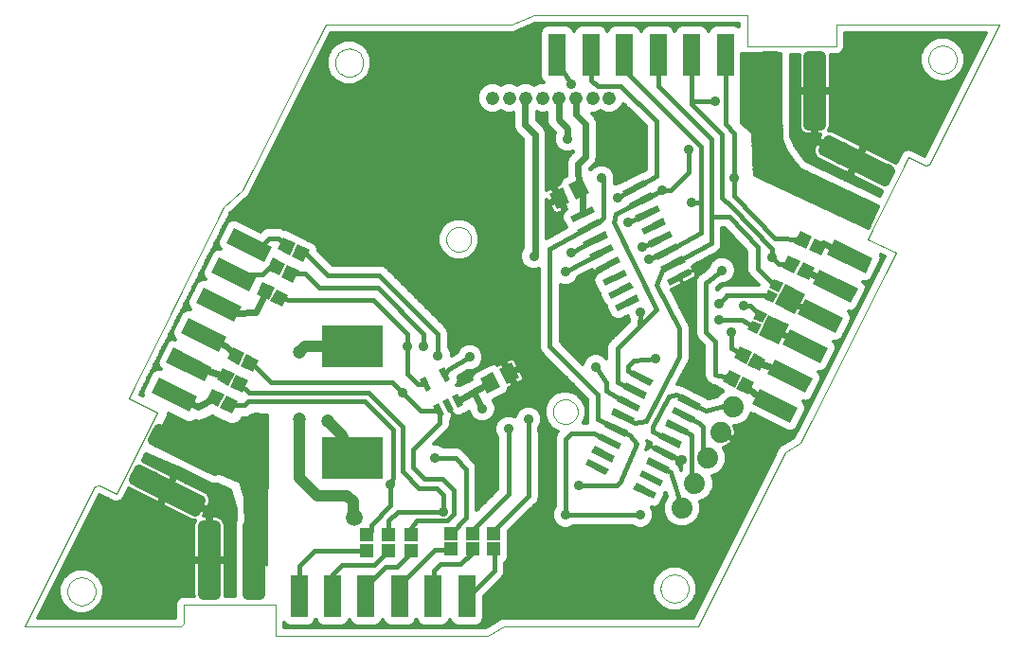
<source format=gbl>
G75*
%MOIN*%
%OFA0B0*%
%FSLAX24Y24*%
%IPPOS*%
%LPD*%
%AMOC8*
5,1,8,0,0,1.08239X$1,22.5*
%
%ADD10C,0.0000*%
%ADD11R,0.0236X0.0866*%
%ADD12R,0.0217X0.0472*%
%ADD13C,0.0476*%
%ADD14R,0.2165X0.1516*%
%ADD15C,0.0740*%
%ADD16R,0.0591X0.1496*%
%ADD17C,0.0394*%
%ADD18R,0.0512X0.0591*%
%ADD19R,0.0810X0.0240*%
%ADD20R,0.0472X0.0472*%
%ADD21R,0.0354X0.0354*%
%ADD22R,0.0787X0.0787*%
%ADD23R,0.0472X0.0472*%
%ADD24C,0.0945*%
%ADD25C,0.0120*%
%ADD26C,0.0768*%
%ADD27C,0.0709*%
%ADD28C,0.0356*%
%ADD29C,0.0160*%
%ADD30C,0.0591*%
%ADD31C,0.0472*%
%ADD32C,0.0240*%
%ADD33C,0.0400*%
%ADD34C,0.0500*%
%ADD35C,0.0100*%
%ADD36C,0.0660*%
%ADD37C,0.0320*%
D10*
X001464Y001214D02*
X006978Y001214D01*
X007083Y001332D01*
X007084Y001992D01*
X010297Y001990D01*
X010291Y000897D01*
X017774Y000897D01*
X018329Y001214D01*
X025175Y001214D01*
X028236Y007336D01*
X028767Y007690D01*
X032134Y014373D01*
X031140Y014865D01*
X032577Y017739D01*
X033167Y017444D01*
X033315Y017483D01*
X035785Y022424D01*
X030024Y022423D01*
X030024Y022424D02*
X030024Y021647D01*
X026911Y021647D01*
X026911Y022739D01*
X019397Y022739D01*
X018610Y022424D01*
X012065Y022424D01*
X009141Y016568D01*
X008482Y015977D01*
X005126Y009265D01*
X006140Y008753D01*
X004703Y005889D01*
X004112Y006184D01*
X003925Y006145D01*
X001464Y001214D01*
X002981Y002453D02*
X002983Y002497D01*
X002989Y002541D01*
X002999Y002584D01*
X003012Y002626D01*
X003030Y002666D01*
X003051Y002705D01*
X003075Y002742D01*
X003102Y002777D01*
X003133Y002809D01*
X003166Y002838D01*
X003202Y002864D01*
X003240Y002886D01*
X003280Y002905D01*
X003321Y002921D01*
X003364Y002933D01*
X003407Y002941D01*
X003451Y002945D01*
X003495Y002945D01*
X003539Y002941D01*
X003582Y002933D01*
X003625Y002921D01*
X003666Y002905D01*
X003706Y002886D01*
X003744Y002864D01*
X003780Y002838D01*
X003813Y002809D01*
X003844Y002777D01*
X003871Y002742D01*
X003895Y002705D01*
X003916Y002666D01*
X003934Y002626D01*
X003947Y002584D01*
X003957Y002541D01*
X003963Y002497D01*
X003965Y002453D01*
X003963Y002409D01*
X003957Y002365D01*
X003947Y002322D01*
X003934Y002280D01*
X003916Y002240D01*
X003895Y002201D01*
X003871Y002164D01*
X003844Y002129D01*
X003813Y002097D01*
X003780Y002068D01*
X003744Y002042D01*
X003706Y002020D01*
X003666Y002001D01*
X003625Y001985D01*
X003582Y001973D01*
X003539Y001965D01*
X003495Y001961D01*
X003451Y001961D01*
X003407Y001965D01*
X003364Y001973D01*
X003321Y001985D01*
X003280Y002001D01*
X003240Y002020D01*
X003202Y002042D01*
X003166Y002068D01*
X003133Y002097D01*
X003102Y002129D01*
X003075Y002164D01*
X003051Y002201D01*
X003030Y002240D01*
X003012Y002280D01*
X002999Y002322D01*
X002989Y002365D01*
X002983Y002409D01*
X002981Y002453D01*
X016313Y014853D02*
X016315Y014894D01*
X016321Y014935D01*
X016331Y014975D01*
X016344Y015014D01*
X016361Y015051D01*
X016382Y015087D01*
X016406Y015121D01*
X016433Y015152D01*
X016462Y015180D01*
X016495Y015206D01*
X016529Y015228D01*
X016566Y015247D01*
X016604Y015262D01*
X016644Y015274D01*
X016684Y015282D01*
X016725Y015286D01*
X016767Y015286D01*
X016808Y015282D01*
X016848Y015274D01*
X016888Y015262D01*
X016926Y015247D01*
X016962Y015228D01*
X016997Y015206D01*
X017030Y015180D01*
X017059Y015152D01*
X017086Y015121D01*
X017110Y015087D01*
X017131Y015051D01*
X017148Y015014D01*
X017161Y014975D01*
X017171Y014935D01*
X017177Y014894D01*
X017179Y014853D01*
X017177Y014812D01*
X017171Y014771D01*
X017161Y014731D01*
X017148Y014692D01*
X017131Y014655D01*
X017110Y014619D01*
X017086Y014585D01*
X017059Y014554D01*
X017030Y014526D01*
X016997Y014500D01*
X016963Y014478D01*
X016926Y014459D01*
X016888Y014444D01*
X016848Y014432D01*
X016808Y014424D01*
X016767Y014420D01*
X016725Y014420D01*
X016684Y014424D01*
X016644Y014432D01*
X016604Y014444D01*
X016566Y014459D01*
X016530Y014478D01*
X016495Y014500D01*
X016462Y014526D01*
X016433Y014554D01*
X016406Y014585D01*
X016382Y014619D01*
X016361Y014655D01*
X016344Y014692D01*
X016331Y014731D01*
X016321Y014771D01*
X016315Y014812D01*
X016313Y014853D01*
X012400Y021079D02*
X012402Y021123D01*
X012408Y021167D01*
X012418Y021210D01*
X012431Y021252D01*
X012449Y021292D01*
X012470Y021331D01*
X012494Y021368D01*
X012521Y021403D01*
X012552Y021435D01*
X012585Y021464D01*
X012621Y021490D01*
X012659Y021512D01*
X012699Y021531D01*
X012740Y021547D01*
X012783Y021559D01*
X012826Y021567D01*
X012870Y021571D01*
X012914Y021571D01*
X012958Y021567D01*
X013001Y021559D01*
X013044Y021547D01*
X013085Y021531D01*
X013125Y021512D01*
X013163Y021490D01*
X013199Y021464D01*
X013232Y021435D01*
X013263Y021403D01*
X013290Y021368D01*
X013314Y021331D01*
X013335Y021292D01*
X013353Y021252D01*
X013366Y021210D01*
X013376Y021167D01*
X013382Y021123D01*
X013384Y021079D01*
X013382Y021035D01*
X013376Y020991D01*
X013366Y020948D01*
X013353Y020906D01*
X013335Y020866D01*
X013314Y020827D01*
X013290Y020790D01*
X013263Y020755D01*
X013232Y020723D01*
X013199Y020694D01*
X013163Y020668D01*
X013125Y020646D01*
X013085Y020627D01*
X013044Y020611D01*
X013001Y020599D01*
X012958Y020591D01*
X012914Y020587D01*
X012870Y020587D01*
X012826Y020591D01*
X012783Y020599D01*
X012740Y020611D01*
X012699Y020627D01*
X012659Y020646D01*
X012621Y020668D01*
X012585Y020694D01*
X012552Y020723D01*
X012521Y020755D01*
X012494Y020790D01*
X012470Y020827D01*
X012449Y020866D01*
X012431Y020906D01*
X012418Y020948D01*
X012408Y020991D01*
X012402Y021035D01*
X012400Y021079D01*
X020065Y008781D02*
X020067Y008822D01*
X020073Y008863D01*
X020083Y008903D01*
X020096Y008942D01*
X020113Y008979D01*
X020134Y009015D01*
X020158Y009049D01*
X020185Y009080D01*
X020214Y009108D01*
X020247Y009134D01*
X020281Y009156D01*
X020318Y009175D01*
X020356Y009190D01*
X020396Y009202D01*
X020436Y009210D01*
X020477Y009214D01*
X020519Y009214D01*
X020560Y009210D01*
X020600Y009202D01*
X020640Y009190D01*
X020678Y009175D01*
X020714Y009156D01*
X020749Y009134D01*
X020782Y009108D01*
X020811Y009080D01*
X020838Y009049D01*
X020862Y009015D01*
X020883Y008979D01*
X020900Y008942D01*
X020913Y008903D01*
X020923Y008863D01*
X020929Y008822D01*
X020931Y008781D01*
X020929Y008740D01*
X020923Y008699D01*
X020913Y008659D01*
X020900Y008620D01*
X020883Y008583D01*
X020862Y008547D01*
X020838Y008513D01*
X020811Y008482D01*
X020782Y008454D01*
X020749Y008428D01*
X020715Y008406D01*
X020678Y008387D01*
X020640Y008372D01*
X020600Y008360D01*
X020560Y008352D01*
X020519Y008348D01*
X020477Y008348D01*
X020436Y008352D01*
X020396Y008360D01*
X020356Y008372D01*
X020318Y008387D01*
X020282Y008406D01*
X020247Y008428D01*
X020214Y008454D01*
X020185Y008482D01*
X020158Y008513D01*
X020134Y008547D01*
X020113Y008583D01*
X020096Y008620D01*
X020083Y008659D01*
X020073Y008699D01*
X020067Y008740D01*
X020065Y008781D01*
X023850Y002550D02*
X023852Y002594D01*
X023858Y002638D01*
X023868Y002681D01*
X023881Y002723D01*
X023899Y002763D01*
X023920Y002802D01*
X023944Y002839D01*
X023971Y002874D01*
X024002Y002906D01*
X024035Y002935D01*
X024071Y002961D01*
X024109Y002983D01*
X024149Y003002D01*
X024190Y003018D01*
X024233Y003030D01*
X024276Y003038D01*
X024320Y003042D01*
X024364Y003042D01*
X024408Y003038D01*
X024451Y003030D01*
X024494Y003018D01*
X024535Y003002D01*
X024575Y002983D01*
X024613Y002961D01*
X024649Y002935D01*
X024682Y002906D01*
X024713Y002874D01*
X024740Y002839D01*
X024764Y002802D01*
X024785Y002763D01*
X024803Y002723D01*
X024816Y002681D01*
X024826Y002638D01*
X024832Y002594D01*
X024834Y002550D01*
X024832Y002506D01*
X024826Y002462D01*
X024816Y002419D01*
X024803Y002377D01*
X024785Y002337D01*
X024764Y002298D01*
X024740Y002261D01*
X024713Y002226D01*
X024682Y002194D01*
X024649Y002165D01*
X024613Y002139D01*
X024575Y002117D01*
X024535Y002098D01*
X024494Y002082D01*
X024451Y002070D01*
X024408Y002062D01*
X024364Y002058D01*
X024320Y002058D01*
X024276Y002062D01*
X024233Y002070D01*
X024190Y002082D01*
X024149Y002098D01*
X024109Y002117D01*
X024071Y002139D01*
X024035Y002165D01*
X024002Y002194D01*
X023971Y002226D01*
X023944Y002261D01*
X023920Y002298D01*
X023899Y002337D01*
X023881Y002377D01*
X023868Y002419D01*
X023858Y002462D01*
X023852Y002506D01*
X023850Y002550D01*
X033280Y021185D02*
X033282Y021229D01*
X033288Y021273D01*
X033298Y021316D01*
X033311Y021358D01*
X033329Y021398D01*
X033350Y021437D01*
X033374Y021474D01*
X033401Y021509D01*
X033432Y021541D01*
X033465Y021570D01*
X033501Y021596D01*
X033539Y021618D01*
X033579Y021637D01*
X033620Y021653D01*
X033663Y021665D01*
X033706Y021673D01*
X033750Y021677D01*
X033794Y021677D01*
X033838Y021673D01*
X033881Y021665D01*
X033924Y021653D01*
X033965Y021637D01*
X034005Y021618D01*
X034043Y021596D01*
X034079Y021570D01*
X034112Y021541D01*
X034143Y021509D01*
X034170Y021474D01*
X034194Y021437D01*
X034215Y021398D01*
X034233Y021358D01*
X034246Y021316D01*
X034256Y021273D01*
X034262Y021229D01*
X034264Y021185D01*
X034262Y021141D01*
X034256Y021097D01*
X034246Y021054D01*
X034233Y021012D01*
X034215Y020972D01*
X034194Y020933D01*
X034170Y020896D01*
X034143Y020861D01*
X034112Y020829D01*
X034079Y020800D01*
X034043Y020774D01*
X034005Y020752D01*
X033965Y020733D01*
X033924Y020717D01*
X033881Y020705D01*
X033838Y020697D01*
X033794Y020693D01*
X033750Y020693D01*
X033706Y020697D01*
X033663Y020705D01*
X033620Y020717D01*
X033579Y020733D01*
X033539Y020752D01*
X033501Y020774D01*
X033465Y020800D01*
X033432Y020829D01*
X033401Y020861D01*
X033374Y020896D01*
X033350Y020933D01*
X033329Y020972D01*
X033311Y021012D01*
X033298Y021054D01*
X033288Y021097D01*
X033282Y021141D01*
X033280Y021185D01*
D11*
G36*
X023279Y015012D02*
X023173Y015223D01*
X023947Y015610D01*
X024053Y015399D01*
X023279Y015012D01*
G37*
G36*
X023503Y014565D02*
X023397Y014776D01*
X024171Y015163D01*
X024277Y014952D01*
X023503Y014565D01*
G37*
G36*
X023726Y014117D02*
X023620Y014328D01*
X024394Y014715D01*
X024500Y014504D01*
X023726Y014117D01*
G37*
G36*
X023950Y013670D02*
X023844Y013881D01*
X024618Y014268D01*
X024724Y014057D01*
X023950Y013670D01*
G37*
G36*
X024174Y013223D02*
X024068Y013434D01*
X024842Y013821D01*
X024948Y013610D01*
X024174Y013223D01*
G37*
G36*
X022344Y012307D02*
X022238Y012518D01*
X023012Y012905D01*
X023118Y012694D01*
X022344Y012307D01*
G37*
G36*
X022120Y012754D02*
X022014Y012965D01*
X022788Y013352D01*
X022894Y013141D01*
X022120Y012754D01*
G37*
G36*
X021896Y013201D02*
X021790Y013412D01*
X022564Y013799D01*
X022670Y013588D01*
X021896Y013201D01*
G37*
G36*
X021672Y013648D02*
X021566Y013859D01*
X022340Y014246D01*
X022446Y014035D01*
X021672Y013648D01*
G37*
G36*
X021448Y014095D02*
X021342Y014306D01*
X022116Y014693D01*
X022222Y014482D01*
X021448Y014095D01*
G37*
G36*
X021224Y014542D02*
X021118Y014753D01*
X021892Y015140D01*
X021998Y014929D01*
X021224Y014542D01*
G37*
G36*
X021000Y014989D02*
X020894Y015200D01*
X021668Y015587D01*
X021774Y015376D01*
X021000Y014989D01*
G37*
G36*
X020776Y015436D02*
X020670Y015647D01*
X021444Y016034D01*
X021550Y015823D01*
X020776Y015436D01*
G37*
G36*
X022607Y016353D02*
X022501Y016564D01*
X023275Y016951D01*
X023381Y016740D01*
X022607Y016353D01*
G37*
G36*
X022831Y015906D02*
X022725Y016117D01*
X023499Y016504D01*
X023605Y016293D01*
X022831Y015906D01*
G37*
G36*
X023055Y015459D02*
X022949Y015670D01*
X023723Y016057D01*
X023829Y015846D01*
X023055Y015459D01*
G37*
D12*
G36*
X016050Y010242D02*
X016243Y010339D01*
X016454Y009918D01*
X016261Y009821D01*
X016050Y010242D01*
G37*
G36*
X015382Y009907D02*
X015575Y010004D01*
X015786Y009583D01*
X015593Y009486D01*
X015382Y009907D01*
G37*
G36*
X015840Y008992D02*
X016033Y009089D01*
X016244Y008668D01*
X016051Y008571D01*
X015840Y008992D01*
G37*
G36*
X016174Y009159D02*
X016367Y009256D01*
X016578Y008835D01*
X016385Y008738D01*
X016174Y009159D01*
G37*
G36*
X016509Y009327D02*
X016702Y009424D01*
X016913Y009003D01*
X016720Y008906D01*
X016509Y009327D01*
G37*
D13*
X017935Y019831D03*
X018525Y019831D03*
X019116Y019831D03*
X019706Y019831D03*
X020277Y019831D03*
X020868Y019831D03*
X021458Y019831D03*
X022049Y019831D03*
D14*
X013016Y011074D03*
X013016Y007157D03*
D15*
X024601Y005374D03*
X025055Y006265D03*
X025509Y007156D03*
X025963Y008047D03*
X026417Y008938D03*
D16*
G36*
X028675Y008905D02*
X028411Y008378D01*
X027075Y009047D01*
X027339Y009574D01*
X028675Y008905D01*
G37*
G36*
X029204Y009962D02*
X028940Y009435D01*
X027604Y010104D01*
X027868Y010631D01*
X029204Y009962D01*
G37*
G36*
X029733Y011018D02*
X029469Y010491D01*
X028133Y011160D01*
X028397Y011687D01*
X029733Y011018D01*
G37*
G36*
X030262Y012074D02*
X029998Y011547D01*
X028662Y012216D01*
X028926Y012743D01*
X030262Y012074D01*
G37*
G36*
X030791Y013130D02*
X030527Y012603D01*
X029191Y013272D01*
X029455Y013799D01*
X030791Y013130D01*
G37*
G36*
X031320Y014186D02*
X031056Y013659D01*
X029720Y014328D01*
X029984Y014855D01*
X031320Y014186D01*
G37*
X026123Y021364D03*
X024942Y021364D03*
X023761Y021364D03*
X022580Y021364D03*
X021399Y021364D03*
X020218Y021364D03*
G36*
X008570Y014734D02*
X008834Y015261D01*
X010170Y014592D01*
X009906Y014065D01*
X008570Y014734D01*
G37*
G36*
X008041Y013677D02*
X008305Y014204D01*
X009641Y013535D01*
X009377Y013008D01*
X008041Y013677D01*
G37*
G36*
X007512Y012621D02*
X007776Y013148D01*
X009112Y012479D01*
X008848Y011952D01*
X007512Y012621D01*
G37*
G36*
X006983Y011565D02*
X007247Y012092D01*
X008583Y011423D01*
X008319Y010896D01*
X006983Y011565D01*
G37*
G36*
X006455Y010509D02*
X006719Y011036D01*
X008055Y010367D01*
X007791Y009840D01*
X006455Y010509D01*
G37*
G36*
X005926Y009453D02*
X006190Y009980D01*
X007526Y009311D01*
X007262Y008784D01*
X005926Y009453D01*
G37*
X011126Y002277D03*
X012307Y002277D03*
X013488Y002277D03*
X014669Y002277D03*
X015850Y002277D03*
X017032Y002277D03*
D17*
X009354Y002366D02*
X009354Y004766D01*
X009746Y004766D01*
X009746Y002366D01*
X009354Y002366D01*
X009354Y002759D02*
X009746Y002759D01*
X009746Y003152D02*
X009354Y003152D01*
X009354Y003545D02*
X009746Y003545D01*
X009746Y003938D02*
X009354Y003938D01*
X009354Y004331D02*
X009746Y004331D01*
X009746Y004724D02*
X009354Y004724D01*
X007779Y004746D02*
X007779Y002346D01*
X007779Y004746D02*
X008171Y004746D01*
X008171Y002346D01*
X007779Y002346D01*
X007779Y002739D02*
X008171Y002739D01*
X008171Y003132D02*
X007779Y003132D01*
X007779Y003525D02*
X008171Y003525D01*
X008171Y003918D02*
X007779Y003918D01*
X007779Y004311D02*
X008171Y004311D01*
X008171Y004704D02*
X007779Y004704D01*
X007650Y005650D02*
X005505Y006724D01*
X007650Y005650D02*
X007475Y005300D01*
X005330Y006374D01*
X005505Y006724D01*
X006690Y005693D02*
X007564Y005693D01*
X006779Y006086D02*
X005905Y006086D01*
X005994Y006479D02*
X005383Y006479D01*
X006192Y008141D02*
X008337Y007067D01*
X008162Y006717D01*
X006017Y007791D01*
X006192Y008141D01*
X007377Y007110D02*
X008251Y007110D01*
X007466Y007503D02*
X006592Y007503D01*
X006681Y007896D02*
X006070Y007896D01*
X027898Y018873D02*
X027898Y021273D01*
X027898Y018873D02*
X027506Y018873D01*
X027506Y021273D01*
X027898Y021273D01*
X027898Y019266D02*
X027506Y019266D01*
X027506Y019659D02*
X027898Y019659D01*
X027898Y020052D02*
X027506Y020052D01*
X027506Y020445D02*
X027898Y020445D01*
X027898Y020838D02*
X027506Y020838D01*
X027506Y021231D02*
X027898Y021231D01*
X029472Y021293D02*
X029472Y018893D01*
X029080Y018893D01*
X029080Y021293D01*
X029472Y021293D01*
X029472Y019286D02*
X029080Y019286D01*
X029080Y019679D02*
X029472Y019679D01*
X029472Y020072D02*
X029080Y020072D01*
X029080Y020465D02*
X029472Y020465D01*
X029472Y020858D02*
X029080Y020858D01*
X029080Y021251D02*
X029472Y021251D01*
X029596Y017983D02*
X031741Y016909D01*
X029596Y017983D02*
X029771Y018333D01*
X031916Y017259D01*
X031741Y016909D01*
X031830Y017302D02*
X030956Y017302D01*
X031045Y017695D02*
X030171Y017695D01*
X030260Y018088D02*
X029649Y018088D01*
X028908Y016566D02*
X031053Y015492D01*
X028908Y016566D02*
X029083Y016916D01*
X031228Y015842D01*
X031053Y015492D01*
X031142Y015885D02*
X030268Y015885D01*
X030357Y016278D02*
X029483Y016278D01*
X029572Y016671D02*
X028961Y016671D01*
D18*
G36*
X020603Y016778D02*
X021059Y017007D01*
X021323Y016480D01*
X020867Y016251D01*
X020603Y016778D01*
G37*
G36*
X019934Y016443D02*
X020390Y016672D01*
X020654Y016145D01*
X020198Y015916D01*
X019934Y016443D01*
G37*
G36*
X018880Y009979D02*
X018424Y009750D01*
X018160Y010277D01*
X018616Y010506D01*
X018880Y009979D01*
G37*
G36*
X018211Y009644D02*
X017755Y009415D01*
X017491Y009942D01*
X017947Y010171D01*
X018211Y009644D01*
G37*
D19*
G36*
X021753Y008018D02*
X022476Y007656D01*
X022369Y007442D01*
X021646Y007804D01*
X021753Y008018D01*
G37*
G36*
X021977Y008465D02*
X022700Y008103D01*
X022593Y007889D01*
X021870Y008251D01*
X021977Y008465D01*
G37*
G36*
X022201Y008912D02*
X022924Y008550D01*
X022817Y008336D01*
X022094Y008698D01*
X022201Y008912D01*
G37*
G36*
X022424Y009359D02*
X023147Y008997D01*
X023040Y008783D01*
X022317Y009145D01*
X022424Y009359D01*
G37*
G36*
X022648Y009806D02*
X023371Y009444D01*
X023264Y009230D01*
X022541Y009592D01*
X022648Y009806D01*
G37*
G36*
X022872Y010253D02*
X023595Y009891D01*
X023488Y009677D01*
X022765Y010039D01*
X022872Y010253D01*
G37*
G36*
X024562Y009407D02*
X025285Y009045D01*
X025178Y008831D01*
X024455Y009193D01*
X024562Y009407D01*
G37*
G36*
X024338Y008960D02*
X025061Y008598D01*
X024954Y008384D01*
X024231Y008746D01*
X024338Y008960D01*
G37*
G36*
X024114Y008513D02*
X024837Y008151D01*
X024730Y007937D01*
X024007Y008299D01*
X024114Y008513D01*
G37*
G36*
X023891Y008065D02*
X024614Y007703D01*
X024507Y007489D01*
X023784Y007851D01*
X023891Y008065D01*
G37*
G36*
X023667Y007618D02*
X024390Y007256D01*
X024283Y007042D01*
X023560Y007404D01*
X023667Y007618D01*
G37*
G36*
X023443Y007171D02*
X024166Y006809D01*
X024059Y006595D01*
X023336Y006957D01*
X023443Y007171D01*
G37*
G36*
X023219Y006724D02*
X023942Y006362D01*
X023835Y006148D01*
X023112Y006510D01*
X023219Y006724D01*
G37*
G36*
X022995Y006277D02*
X023718Y005915D01*
X023611Y005701D01*
X022888Y006063D01*
X022995Y006277D01*
G37*
G36*
X021305Y007123D02*
X022028Y006761D01*
X021921Y006547D01*
X021198Y006909D01*
X021305Y007123D01*
G37*
G36*
X021529Y007571D02*
X022252Y007209D01*
X022145Y006995D01*
X021422Y007357D01*
X021529Y007571D01*
G37*
D20*
G36*
X026466Y009634D02*
X026045Y009845D01*
X026256Y010266D01*
X026677Y010055D01*
X026466Y009634D01*
G37*
G36*
X026941Y009382D02*
X026520Y009593D01*
X026731Y010014D01*
X027152Y009803D01*
X026941Y009382D01*
G37*
G36*
X027341Y010213D02*
X026920Y010424D01*
X027131Y010845D01*
X027552Y010634D01*
X027341Y010213D01*
G37*
G36*
X026865Y010465D02*
X026444Y010676D01*
X026655Y011097D01*
X027076Y010886D01*
X026865Y010465D01*
G37*
G36*
X029068Y013415D02*
X028647Y013626D01*
X028858Y014047D01*
X029279Y013836D01*
X029068Y013415D01*
G37*
G36*
X028551Y013655D02*
X028130Y013866D01*
X028341Y014287D01*
X028762Y014076D01*
X028551Y013655D01*
G37*
G36*
X029491Y014268D02*
X029070Y014479D01*
X029281Y014900D01*
X029702Y014689D01*
X029491Y014268D01*
G37*
G36*
X028976Y014520D02*
X028555Y014731D01*
X028766Y015152D01*
X029187Y014941D01*
X028976Y014520D01*
G37*
G36*
X011072Y014684D02*
X011493Y014473D01*
X011282Y014052D01*
X010861Y014263D01*
X011072Y014684D01*
G37*
G36*
X010585Y014932D02*
X011006Y014721D01*
X010795Y014300D01*
X010374Y014511D01*
X010585Y014932D01*
G37*
G36*
X010220Y014203D02*
X010641Y013992D01*
X010430Y013571D01*
X010009Y013782D01*
X010220Y014203D01*
G37*
G36*
X010707Y013954D02*
X011128Y013743D01*
X010917Y013322D01*
X010496Y013533D01*
X010707Y013954D01*
G37*
G36*
X009854Y013348D02*
X010275Y013137D01*
X010064Y012716D01*
X009643Y012927D01*
X009854Y013348D01*
G37*
G36*
X010325Y013100D02*
X010746Y012889D01*
X010535Y012468D01*
X010114Y012679D01*
X010325Y013100D01*
G37*
G36*
X008801Y011056D02*
X009222Y010845D01*
X009011Y010424D01*
X008590Y010635D01*
X008801Y011056D01*
G37*
G36*
X009288Y010808D02*
X009709Y010597D01*
X009498Y010176D01*
X009077Y010387D01*
X009288Y010808D01*
G37*
G36*
X008922Y010079D02*
X009343Y009868D01*
X009132Y009447D01*
X008711Y009658D01*
X008922Y010079D01*
G37*
G36*
X008435Y010327D02*
X008856Y010116D01*
X008645Y009695D01*
X008224Y009906D01*
X008435Y010327D01*
G37*
G36*
X008070Y009597D02*
X008491Y009386D01*
X008280Y008965D01*
X007859Y009176D01*
X008070Y009597D01*
G37*
G36*
X008556Y009349D02*
X008977Y009138D01*
X008766Y008717D01*
X008345Y008928D01*
X008556Y009349D01*
G37*
D21*
G36*
X027237Y011519D02*
X026921Y011677D01*
X027079Y011993D01*
X027395Y011835D01*
X027237Y011519D01*
G37*
G36*
X027437Y011909D02*
X027121Y012067D01*
X027279Y012383D01*
X027595Y012225D01*
X027437Y011909D01*
G37*
G36*
X027807Y012604D02*
X027491Y012762D01*
X027649Y013078D01*
X027965Y012920D01*
X027807Y012604D01*
G37*
G36*
X028005Y012991D02*
X027689Y013149D01*
X027847Y013465D01*
X028163Y013307D01*
X028005Y012991D01*
G37*
D22*
G36*
X028575Y012225D02*
X027873Y012577D01*
X028225Y013279D01*
X028927Y012927D01*
X028575Y012225D01*
G37*
G36*
X028004Y011145D02*
X027302Y011497D01*
X027654Y012199D01*
X028356Y011847D01*
X028004Y011145D01*
G37*
D23*
X017974Y004490D03*
X017974Y003947D03*
X017224Y003947D03*
X017224Y004490D03*
X016474Y004490D03*
X016474Y003947D03*
X015078Y003895D03*
X015078Y004441D03*
X014266Y004441D03*
X013516Y004441D03*
X013516Y003895D03*
X014266Y003895D03*
D24*
X032608Y020502D03*
D25*
X033100Y020736D02*
X032980Y021027D01*
X032980Y021342D01*
X033100Y021633D01*
X033323Y021856D01*
X033614Y021977D01*
X033930Y021977D01*
X034221Y021856D01*
X034444Y021633D01*
X034564Y021342D01*
X034564Y021027D01*
X034444Y020736D01*
X034221Y020513D01*
X033930Y020393D01*
X033614Y020393D01*
X033323Y020513D01*
X033100Y020736D01*
X033092Y020756D02*
X029830Y020756D01*
X029830Y020638D02*
X033199Y020638D01*
X033317Y020519D02*
X029830Y020519D01*
X029830Y020401D02*
X033595Y020401D01*
X033949Y020401D02*
X034438Y020401D01*
X034497Y020519D02*
X034227Y020519D01*
X034345Y020638D02*
X034557Y020638D01*
X034616Y020756D02*
X034452Y020756D01*
X034501Y020875D02*
X034675Y020875D01*
X034734Y020993D02*
X034550Y020993D01*
X034564Y021112D02*
X034794Y021112D01*
X034853Y021230D02*
X034564Y021230D01*
X034561Y021349D02*
X034912Y021349D01*
X034971Y021467D02*
X034512Y021467D01*
X034463Y021586D02*
X035031Y021586D01*
X035090Y021704D02*
X034373Y021704D01*
X034254Y021823D02*
X035149Y021823D01*
X035208Y021941D02*
X034015Y021941D01*
X033529Y021941D02*
X030324Y021941D01*
X030324Y021823D02*
X033290Y021823D01*
X033171Y021704D02*
X030324Y021704D01*
X030324Y021587D02*
X030324Y022123D01*
X035300Y022124D01*
X033135Y017795D01*
X032764Y017981D01*
X032657Y018034D01*
X032538Y018043D01*
X032425Y018005D01*
X032335Y017927D01*
X032141Y017538D01*
X032109Y017563D01*
X031058Y018090D01*
X030836Y017648D01*
X030729Y017702D01*
X030675Y017595D01*
X029336Y018265D01*
X029259Y018111D01*
X029241Y018044D01*
X029236Y017973D01*
X029244Y017904D01*
X029267Y017837D01*
X029301Y017776D01*
X029347Y017723D01*
X029403Y017680D01*
X030454Y017153D01*
X030675Y017595D01*
X030783Y017541D01*
X030562Y017099D01*
X031613Y016573D01*
X031653Y016562D01*
X031561Y016379D01*
X028969Y017620D01*
X028598Y018125D01*
X028453Y018449D01*
X028448Y019079D01*
X028448Y021326D01*
X028449Y021327D01*
X028448Y021347D01*
X028726Y021347D01*
X028723Y021329D01*
X028723Y020153D01*
X029216Y020153D01*
X029216Y020033D01*
X028723Y020033D01*
X028723Y018857D01*
X028736Y018788D01*
X028763Y018723D01*
X028802Y018664D01*
X028852Y018615D01*
X028910Y018576D01*
X028975Y018549D01*
X029044Y018535D01*
X029216Y018535D01*
X029216Y020033D01*
X029336Y020033D01*
X029336Y018535D01*
X029474Y018535D01*
X029467Y018526D01*
X029390Y018372D01*
X030729Y017702D01*
X030950Y018143D01*
X029899Y018670D01*
X029831Y018688D01*
X029769Y018693D01*
X029789Y018723D01*
X029816Y018788D01*
X029830Y018857D01*
X029830Y020033D01*
X029336Y020033D01*
X029336Y020153D01*
X029830Y020153D01*
X029830Y021329D01*
X029826Y021347D01*
X030084Y021347D01*
X030194Y021392D01*
X030279Y021477D01*
X030324Y021587D01*
X030324Y021586D02*
X033081Y021586D01*
X033032Y021467D02*
X030269Y021467D01*
X030089Y021349D02*
X032983Y021349D01*
X032980Y021230D02*
X029830Y021230D01*
X029830Y021112D02*
X032980Y021112D01*
X032994Y020993D02*
X029830Y020993D01*
X029830Y020875D02*
X033043Y020875D01*
X034320Y020164D02*
X029830Y020164D01*
X029830Y020282D02*
X034379Y020282D01*
X034260Y020045D02*
X029336Y020045D01*
X029336Y019927D02*
X029216Y019927D01*
X029216Y020045D02*
X028448Y020045D01*
X028448Y019927D02*
X028723Y019927D01*
X028723Y019808D02*
X028448Y019808D01*
X028448Y019690D02*
X028723Y019690D01*
X028723Y019571D02*
X028448Y019571D01*
X028448Y019453D02*
X028723Y019453D01*
X028723Y019334D02*
X028448Y019334D01*
X028448Y019216D02*
X028723Y019216D01*
X028723Y019097D02*
X028448Y019097D01*
X028449Y018979D02*
X028723Y018979D01*
X028723Y018860D02*
X028450Y018860D01*
X028451Y018742D02*
X028755Y018742D01*
X028844Y018623D02*
X028452Y018623D01*
X028452Y018505D02*
X029456Y018505D01*
X029397Y018386D02*
X028481Y018386D01*
X028534Y018268D02*
X029599Y018268D01*
X029568Y018149D02*
X029836Y018149D01*
X029804Y018031D02*
X030072Y018031D01*
X030041Y017912D02*
X030309Y017912D01*
X030278Y017794D02*
X030546Y017794D01*
X030514Y017675D02*
X030716Y017675D01*
X030782Y017675D02*
X030850Y017675D01*
X030909Y017794D02*
X030775Y017794D01*
X030835Y017912D02*
X030969Y017912D01*
X031028Y018031D02*
X030894Y018031D01*
X030938Y018149D02*
X033312Y018149D01*
X033253Y018031D02*
X032664Y018031D01*
X032503Y018031D02*
X031175Y018031D01*
X031412Y017912D02*
X032328Y017912D01*
X032268Y017794D02*
X031648Y017794D01*
X031885Y017675D02*
X032209Y017675D01*
X032150Y017557D02*
X032117Y017557D01*
X032901Y017912D02*
X033194Y017912D01*
X033372Y018268D02*
X030702Y018268D01*
X030465Y018386D02*
X033431Y018386D01*
X033490Y018505D02*
X030228Y018505D01*
X029992Y018623D02*
X033549Y018623D01*
X033609Y018742D02*
X029797Y018742D01*
X029830Y018860D02*
X033668Y018860D01*
X033727Y018979D02*
X029830Y018979D01*
X029830Y019097D02*
X033786Y019097D01*
X033846Y019216D02*
X029830Y019216D01*
X029830Y019334D02*
X033905Y019334D01*
X033964Y019453D02*
X029830Y019453D01*
X029830Y019571D02*
X034023Y019571D01*
X034083Y019690D02*
X029830Y019690D01*
X029830Y019808D02*
X034142Y019808D01*
X034201Y019927D02*
X029830Y019927D01*
X029336Y019808D02*
X029216Y019808D01*
X029216Y019690D02*
X029336Y019690D01*
X029336Y019571D02*
X029216Y019571D01*
X029216Y019453D02*
X029336Y019453D01*
X029336Y019334D02*
X029216Y019334D01*
X029216Y019216D02*
X029336Y019216D01*
X029336Y019097D02*
X029216Y019097D01*
X029216Y018979D02*
X029336Y018979D01*
X029336Y018860D02*
X029216Y018860D01*
X029216Y018742D02*
X029336Y018742D01*
X029336Y018623D02*
X029216Y018623D01*
X029278Y018149D02*
X028587Y018149D01*
X028667Y018031D02*
X029240Y018031D01*
X029243Y017912D02*
X028754Y017912D01*
X028841Y017794D02*
X029291Y017794D01*
X029412Y017675D02*
X028928Y017675D01*
X029101Y017557D02*
X029648Y017557D01*
X029596Y017320D02*
X030122Y017320D01*
X030091Y017083D02*
X030595Y017083D01*
X030613Y017201D02*
X030478Y017201D01*
X030358Y017201D02*
X029843Y017201D01*
X029885Y017438D02*
X029348Y017438D01*
X029257Y017083D02*
X027255Y017083D01*
X027160Y017127D02*
X027103Y018615D01*
X026699Y018967D01*
X026703Y021394D01*
X028088Y021398D01*
X028088Y019078D01*
X028093Y018371D01*
X028285Y017943D01*
X028732Y017334D01*
X031499Y016010D01*
X031208Y015360D01*
X031160Y015264D01*
X027160Y017127D01*
X027157Y017201D02*
X029010Y017201D01*
X028762Y017320D02*
X027153Y017320D01*
X027148Y017438D02*
X028656Y017438D01*
X028568Y017557D02*
X027144Y017557D01*
X027139Y017675D02*
X028481Y017675D01*
X028394Y017794D02*
X027135Y017794D01*
X027130Y017912D02*
X028307Y017912D01*
X028245Y018031D02*
X027126Y018031D01*
X027121Y018149D02*
X028192Y018149D01*
X028139Y018268D02*
X027116Y018268D01*
X027112Y018386D02*
X028093Y018386D01*
X028092Y018505D02*
X027107Y018505D01*
X027093Y018623D02*
X028092Y018623D01*
X028091Y018742D02*
X026957Y018742D01*
X026821Y018860D02*
X028090Y018860D01*
X028089Y018979D02*
X026699Y018979D01*
X026699Y019097D02*
X028088Y019097D01*
X028088Y019216D02*
X026699Y019216D01*
X026700Y019334D02*
X028088Y019334D01*
X028088Y019453D02*
X026700Y019453D01*
X026700Y019571D02*
X028088Y019571D01*
X028088Y019690D02*
X026700Y019690D01*
X026700Y019808D02*
X028088Y019808D01*
X028088Y019927D02*
X026700Y019927D01*
X026701Y020045D02*
X028088Y020045D01*
X028088Y020164D02*
X026701Y020164D01*
X026701Y020282D02*
X028088Y020282D01*
X028088Y020401D02*
X026701Y020401D01*
X026701Y020519D02*
X028088Y020519D01*
X028088Y020638D02*
X026701Y020638D01*
X026702Y020756D02*
X028088Y020756D01*
X028088Y020875D02*
X026702Y020875D01*
X026702Y020993D02*
X028088Y020993D01*
X028088Y021112D02*
X026702Y021112D01*
X026702Y021230D02*
X028088Y021230D01*
X028088Y021349D02*
X026702Y021349D01*
X025533Y022183D02*
X025492Y022282D01*
X025407Y022366D01*
X025297Y022412D01*
X024587Y022412D01*
X024477Y022366D01*
X024392Y022282D01*
X024351Y022183D01*
X024310Y022282D01*
X024226Y022366D01*
X024116Y022412D01*
X023406Y022412D01*
X023296Y022366D01*
X023211Y022282D01*
X023170Y022183D01*
X023129Y022282D01*
X023045Y022366D01*
X022935Y022412D01*
X022225Y022412D01*
X022115Y022366D01*
X022030Y022282D01*
X021989Y022183D01*
X021948Y022282D01*
X021864Y022366D01*
X021754Y022412D01*
X021044Y022412D01*
X020933Y022366D01*
X020849Y022282D01*
X020808Y022183D01*
X020767Y022282D01*
X020683Y022366D01*
X020573Y022412D01*
X019863Y022412D01*
X019752Y022366D01*
X019668Y022282D01*
X019622Y022172D01*
X019622Y020556D01*
X019668Y020446D01*
X019745Y020369D01*
X019599Y020369D01*
X019411Y020291D01*
X019223Y020369D01*
X019009Y020369D01*
X018820Y020291D01*
X018632Y020369D01*
X018418Y020369D01*
X018230Y020291D01*
X018041Y020369D01*
X017828Y020369D01*
X017630Y020287D01*
X017479Y020136D01*
X017397Y019938D01*
X017397Y019724D01*
X017479Y019527D01*
X017630Y019376D01*
X017828Y019294D01*
X018041Y019294D01*
X018230Y019372D01*
X018418Y019294D01*
X018632Y019294D01*
X018659Y019305D01*
X018659Y018808D01*
X018723Y018653D01*
X018842Y018535D01*
X019008Y018369D01*
X019008Y014558D01*
X018987Y014537D01*
X018914Y014361D01*
X018914Y014171D01*
X018987Y013995D01*
X019121Y013861D01*
X019297Y013788D01*
X019487Y013788D01*
X019574Y013824D01*
X019574Y011003D01*
X019632Y010863D01*
X021262Y009234D01*
X021262Y008534D01*
X021257Y008476D01*
X021262Y008459D01*
X021262Y008441D01*
X021280Y008396D01*
X021132Y008396D01*
X021231Y008635D01*
X021231Y008927D01*
X021120Y009196D01*
X020913Y009403D01*
X020644Y009514D01*
X020352Y009514D01*
X020083Y009403D01*
X019877Y009196D01*
X019765Y008927D01*
X019765Y008635D01*
X019877Y008366D01*
X020083Y008160D01*
X020244Y008093D01*
X020195Y008044D01*
X020137Y007904D01*
X020137Y005437D01*
X020112Y005412D01*
X020039Y005236D01*
X020039Y005046D01*
X020112Y004870D01*
X020246Y004736D01*
X020422Y004663D01*
X020612Y004663D01*
X020788Y004736D01*
X020813Y004761D01*
X022846Y004761D01*
X022871Y004736D01*
X023047Y004663D01*
X023237Y004663D01*
X023413Y004736D01*
X023547Y004870D01*
X023620Y005046D01*
X023620Y005236D01*
X023551Y005404D01*
X023650Y005397D01*
X023763Y005435D01*
X023853Y005513D01*
X024014Y005834D01*
X024019Y005910D01*
X024032Y005921D01*
X024072Y005792D01*
X024033Y005753D01*
X023931Y005507D01*
X023931Y005241D01*
X024033Y004994D01*
X024221Y004806D01*
X024467Y004704D01*
X024734Y004704D01*
X024980Y004806D01*
X025169Y004994D01*
X025271Y005241D01*
X025271Y005507D01*
X025228Y005611D01*
X025434Y005697D01*
X025623Y005885D01*
X025725Y006132D01*
X025725Y006398D01*
X025682Y006502D01*
X025888Y006588D01*
X026077Y006776D01*
X026179Y007023D01*
X026179Y007289D01*
X026079Y007529D01*
X026087Y007530D01*
X026166Y007556D01*
X026240Y007594D01*
X026308Y007643D01*
X026367Y007702D01*
X026416Y007769D01*
X026417Y007771D01*
X025980Y007993D01*
X026017Y008064D01*
X026453Y007842D01*
X026454Y007843D01*
X026480Y007923D01*
X026493Y008005D01*
X026493Y008089D01*
X026480Y008171D01*
X026454Y008250D01*
X026445Y008268D01*
X026550Y008268D01*
X026796Y008370D01*
X026985Y008558D01*
X027053Y008722D01*
X028331Y008082D01*
X028450Y008074D01*
X028563Y008111D01*
X028653Y008190D01*
X028971Y008824D01*
X028980Y008943D01*
X028942Y009057D01*
X028872Y009138D01*
X028979Y009130D01*
X029092Y009168D01*
X029182Y009246D01*
X029500Y009881D01*
X029509Y010000D01*
X029471Y010113D01*
X029401Y010194D01*
X029508Y010186D01*
X029621Y010224D01*
X029711Y010302D01*
X030029Y010937D01*
X030038Y011056D01*
X030000Y011169D01*
X029930Y011250D01*
X030037Y011242D01*
X030150Y011280D01*
X030240Y011358D01*
X030558Y011993D01*
X030566Y012112D01*
X030529Y012225D01*
X030459Y012306D01*
X030565Y012298D01*
X030679Y012336D01*
X030769Y012414D01*
X031087Y013049D01*
X031095Y013168D01*
X031058Y013281D01*
X030988Y013362D01*
X031094Y013354D01*
X031208Y013392D01*
X031298Y013470D01*
X031616Y014105D01*
X031624Y014224D01*
X031598Y014304D01*
X031730Y014238D01*
X028535Y007896D01*
X028103Y007607D01*
X028085Y007601D01*
X028054Y007575D01*
X028020Y007552D01*
X028009Y007536D01*
X027994Y007523D01*
X027976Y007487D01*
X027954Y007453D01*
X027950Y007434D01*
X024990Y001514D01*
X018369Y001514D01*
X018350Y001519D01*
X018310Y001514D01*
X018269Y001514D01*
X018251Y001506D01*
X018232Y001504D01*
X018197Y001483D01*
X018159Y001468D01*
X018145Y001454D01*
X017694Y001197D01*
X010593Y001197D01*
X010594Y001342D01*
X010661Y001275D01*
X010771Y001229D01*
X011481Y001229D01*
X011591Y001275D01*
X011675Y001359D01*
X011717Y001458D01*
X011758Y001359D01*
X011842Y001275D01*
X011952Y001229D01*
X012662Y001229D01*
X012772Y001275D01*
X012857Y001359D01*
X012898Y001458D01*
X012939Y001359D01*
X013023Y001275D01*
X013133Y001229D01*
X013843Y001229D01*
X013954Y001275D01*
X014038Y001359D01*
X014079Y001458D01*
X014120Y001359D01*
X014204Y001275D01*
X014314Y001229D01*
X015024Y001229D01*
X015135Y001275D01*
X015219Y001359D01*
X015260Y001458D01*
X015301Y001359D01*
X015385Y001275D01*
X015496Y001229D01*
X016205Y001229D01*
X016316Y001275D01*
X016400Y001359D01*
X016441Y001458D01*
X016482Y001359D01*
X016566Y001275D01*
X016677Y001229D01*
X017387Y001229D01*
X017497Y001275D01*
X017581Y001359D01*
X017627Y001469D01*
X017627Y002272D01*
X018205Y002850D01*
X018312Y002957D01*
X018370Y003097D01*
X018370Y003452D01*
X018380Y003456D01*
X018465Y003541D01*
X018511Y003651D01*
X018511Y004573D01*
X019426Y005488D01*
X019533Y005595D01*
X019590Y005734D01*
X019590Y007812D01*
X019591Y007813D01*
X019590Y007887D01*
X019590Y007961D01*
X019590Y007963D01*
X019587Y008228D01*
X019610Y008250D01*
X019683Y008426D01*
X019683Y008616D01*
X019610Y008792D01*
X019475Y008926D01*
X019300Y008999D01*
X019109Y008999D01*
X018934Y008926D01*
X018799Y008792D01*
X018726Y008616D01*
X018726Y008604D01*
X018589Y008661D01*
X018399Y008661D01*
X018223Y008588D01*
X018089Y008454D01*
X018016Y008278D01*
X018016Y008088D01*
X018089Y007912D01*
X018114Y007887D01*
X018114Y006038D01*
X017386Y005310D01*
X017386Y006745D01*
X017389Y006811D01*
X017386Y006821D01*
X017386Y006830D01*
X017360Y006892D01*
X018114Y006892D01*
X018114Y007010D02*
X017288Y007010D01*
X017281Y007017D02*
X016959Y007373D01*
X016955Y007382D01*
X016909Y007429D01*
X016864Y007478D01*
X016855Y007482D01*
X016848Y007489D01*
X016787Y007514D01*
X016728Y007543D01*
X016718Y007543D01*
X016709Y007547D01*
X016643Y007547D01*
X016577Y007550D01*
X016567Y007547D01*
X016195Y007547D01*
X016170Y007572D01*
X015994Y007645D01*
X015871Y007645D01*
X016295Y008069D01*
X016402Y008176D01*
X016459Y008316D01*
X016459Y008457D01*
X016510Y008516D01*
X016548Y008629D01*
X016547Y008640D01*
X016554Y008643D01*
X016560Y008646D01*
X016568Y008639D01*
X016682Y008602D01*
X016801Y008610D01*
X017101Y008761D01*
X017111Y008772D01*
X017174Y008620D01*
X017309Y008486D01*
X017484Y008413D01*
X017675Y008413D01*
X017850Y008486D01*
X017985Y008620D01*
X018058Y008796D01*
X018058Y008986D01*
X017985Y009162D01*
X017964Y009183D01*
X018400Y009402D01*
X018478Y009492D01*
X018516Y009605D01*
X018515Y009616D01*
X018670Y009694D01*
X018493Y010047D01*
X018600Y010101D01*
X018547Y010208D01*
X018865Y010367D01*
X018750Y010597D01*
X018722Y010628D01*
X018687Y010651D01*
X018647Y010665D01*
X018605Y010667D01*
X018564Y010659D01*
X018370Y010561D01*
X018547Y010208D01*
X018439Y010154D01*
X018262Y010508D01*
X018107Y010430D01*
X018099Y010437D01*
X017986Y010475D01*
X017867Y010466D01*
X017302Y010184D01*
X017224Y010093D01*
X017186Y009980D01*
X017192Y009908D01*
X017142Y009881D01*
X017072Y009842D01*
X017000Y009804D01*
X016999Y009802D01*
X016817Y009702D01*
X016740Y009728D01*
X016685Y009724D01*
X016721Y009766D01*
X016759Y009879D01*
X016750Y009998D01*
X016736Y010027D01*
X017076Y010226D01*
X017237Y010226D01*
X017413Y010298D01*
X017547Y010433D01*
X017620Y010609D01*
X017620Y010799D01*
X017547Y010975D01*
X017413Y011109D01*
X017237Y011182D01*
X017047Y011182D01*
X016871Y011109D01*
X016737Y010975D01*
X016700Y010886D01*
X016495Y010767D01*
X016495Y010861D01*
X016422Y011037D01*
X016397Y011062D01*
X016397Y011592D01*
X016339Y011731D01*
X016232Y011838D01*
X014170Y013901D01*
X014030Y013959D01*
X012299Y013959D01*
X011794Y014464D01*
X011798Y014511D01*
X011760Y014625D01*
X011682Y014715D01*
X011202Y014955D01*
X011195Y014963D01*
X010666Y015228D01*
X010580Y015234D01*
X010491Y015271D01*
X010004Y015271D01*
X009864Y015213D01*
X009776Y015125D01*
X008914Y015557D01*
X008795Y015565D01*
X008682Y015528D01*
X008592Y015449D01*
X008274Y014815D01*
X008266Y014696D01*
X008303Y014582D01*
X008374Y014501D01*
X008266Y014509D01*
X008153Y014471D01*
X008063Y014393D01*
X007745Y013758D01*
X007737Y013639D01*
X007774Y013526D01*
X007844Y013445D01*
X007738Y013453D01*
X007624Y013415D01*
X007534Y013337D01*
X007216Y012702D01*
X007208Y012583D01*
X007245Y012470D01*
X007315Y012389D01*
X007209Y012397D01*
X007095Y012359D01*
X007005Y012281D01*
X006687Y011646D01*
X006679Y011527D01*
X006717Y011414D01*
X006787Y011333D01*
X006680Y011341D01*
X006567Y011303D01*
X006476Y011225D01*
X006159Y010590D01*
X006150Y010471D01*
X006188Y010358D01*
X006258Y010277D01*
X006151Y010285D01*
X006038Y010247D01*
X005948Y010169D01*
X005630Y009534D01*
X005621Y009415D01*
X005647Y009338D01*
X005528Y009398D01*
X008725Y015792D01*
X009340Y016343D01*
X009383Y016381D01*
X009384Y016383D01*
X009386Y016384D01*
X009411Y016436D01*
X012250Y022124D01*
X018608Y022124D01*
X018666Y022123D01*
X018668Y022124D01*
X018670Y022124D01*
X018723Y022146D01*
X019455Y022439D01*
X026611Y022439D01*
X026611Y022345D01*
X026589Y022366D01*
X026478Y022412D01*
X025768Y022412D01*
X025658Y022366D01*
X025574Y022282D01*
X025533Y022183D01*
X025588Y022297D02*
X025477Y022297D01*
X024407Y022297D02*
X024296Y022297D01*
X023226Y022297D02*
X023115Y022297D01*
X022045Y022297D02*
X021934Y022297D01*
X020864Y022297D02*
X020753Y022297D01*
X019683Y022297D02*
X019099Y022297D01*
X018803Y022178D02*
X019625Y022178D01*
X019622Y022060D02*
X012218Y022060D01*
X012159Y021941D02*
X019622Y021941D01*
X019622Y021823D02*
X013167Y021823D01*
X013049Y021871D02*
X013340Y021751D01*
X013563Y021528D01*
X013684Y021237D01*
X013684Y020922D01*
X013563Y020631D01*
X013340Y020408D01*
X013049Y020287D01*
X012734Y020287D01*
X012443Y020408D01*
X012220Y020631D01*
X012100Y020922D01*
X012100Y021237D01*
X012220Y021528D01*
X012443Y021751D01*
X012734Y021871D01*
X013049Y021871D01*
X013387Y021704D02*
X019622Y021704D01*
X019622Y021586D02*
X013506Y021586D01*
X013588Y021467D02*
X019622Y021467D01*
X019622Y021349D02*
X013638Y021349D01*
X013684Y021230D02*
X019622Y021230D01*
X019622Y021112D02*
X013684Y021112D01*
X013684Y020993D02*
X019622Y020993D01*
X019622Y020875D02*
X013664Y020875D01*
X013615Y020756D02*
X019622Y020756D01*
X019622Y020638D02*
X013566Y020638D01*
X013452Y020519D02*
X019638Y020519D01*
X019713Y020401D02*
X013323Y020401D01*
X012460Y020401D02*
X011390Y020401D01*
X011449Y020519D02*
X012332Y020519D01*
X012217Y020638D02*
X011508Y020638D01*
X011567Y020756D02*
X012168Y020756D01*
X012119Y020875D02*
X011627Y020875D01*
X011686Y020993D02*
X012100Y020993D01*
X012100Y021112D02*
X011745Y021112D01*
X011804Y021230D02*
X012100Y021230D01*
X012146Y021349D02*
X011863Y021349D01*
X011922Y021467D02*
X012195Y021467D01*
X012278Y021586D02*
X011982Y021586D01*
X012041Y021704D02*
X012396Y021704D01*
X012617Y021823D02*
X012100Y021823D01*
X011331Y020282D02*
X017625Y020282D01*
X017506Y020164D02*
X011272Y020164D01*
X011213Y020045D02*
X017441Y020045D01*
X017397Y019927D02*
X011153Y019927D01*
X011094Y019808D02*
X017397Y019808D01*
X017411Y019690D02*
X011035Y019690D01*
X010976Y019571D02*
X017460Y019571D01*
X017553Y019453D02*
X010917Y019453D01*
X010858Y019334D02*
X017729Y019334D01*
X018140Y019334D02*
X018320Y019334D01*
X018659Y019216D02*
X010798Y019216D01*
X010739Y019097D02*
X018659Y019097D01*
X018659Y018979D02*
X010680Y018979D01*
X010621Y018860D02*
X018659Y018860D01*
X018687Y018742D02*
X010562Y018742D01*
X010503Y018623D02*
X018753Y018623D01*
X018872Y018505D02*
X010444Y018505D01*
X010384Y018386D02*
X018990Y018386D01*
X019008Y018268D02*
X010325Y018268D01*
X010266Y018149D02*
X019008Y018149D01*
X019008Y018031D02*
X010207Y018031D01*
X010148Y017912D02*
X019008Y017912D01*
X019008Y017794D02*
X010089Y017794D01*
X010030Y017675D02*
X019008Y017675D01*
X019008Y017557D02*
X009970Y017557D01*
X009911Y017438D02*
X019008Y017438D01*
X019008Y017320D02*
X009852Y017320D01*
X009793Y017201D02*
X019008Y017201D01*
X019008Y017083D02*
X009734Y017083D01*
X009675Y016964D02*
X019008Y016964D01*
X019008Y016846D02*
X009615Y016846D01*
X009556Y016727D02*
X019008Y016727D01*
X019008Y016609D02*
X009497Y016609D01*
X009438Y016490D02*
X019008Y016490D01*
X019008Y016372D02*
X009373Y016372D01*
X009240Y016253D02*
X019008Y016253D01*
X019008Y016135D02*
X009108Y016135D01*
X008975Y016016D02*
X019008Y016016D01*
X019008Y015898D02*
X008843Y015898D01*
X008718Y015779D02*
X019008Y015779D01*
X019008Y015661D02*
X008659Y015661D01*
X008600Y015542D02*
X008726Y015542D01*
X008579Y015424D02*
X008541Y015424D01*
X008520Y015305D02*
X008481Y015305D01*
X008460Y015187D02*
X008422Y015187D01*
X008401Y015068D02*
X008363Y015068D01*
X008342Y014950D02*
X008304Y014950D01*
X008282Y014831D02*
X008244Y014831D01*
X008267Y014713D02*
X008185Y014713D01*
X008126Y014594D02*
X008299Y014594D01*
X008167Y014476D02*
X008067Y014476D01*
X008045Y014357D02*
X008007Y014357D01*
X007986Y014239D02*
X007948Y014239D01*
X007926Y014120D02*
X007889Y014120D01*
X007867Y014002D02*
X007830Y014002D01*
X007808Y013883D02*
X007770Y013883D01*
X007748Y013765D02*
X007711Y013765D01*
X007737Y013646D02*
X007652Y013646D01*
X007593Y013528D02*
X007774Y013528D01*
X007617Y013409D02*
X007533Y013409D01*
X007511Y013291D02*
X007474Y013291D01*
X007452Y013172D02*
X007415Y013172D01*
X007392Y013054D02*
X007356Y013054D01*
X007333Y012935D02*
X007296Y012935D01*
X007274Y012817D02*
X007237Y012817D01*
X007216Y012698D02*
X007178Y012698D01*
X007209Y012580D02*
X007119Y012580D01*
X007059Y012461D02*
X007253Y012461D01*
X007077Y012343D02*
X007000Y012343D01*
X006977Y012224D02*
X006941Y012224D01*
X006918Y012106D02*
X006882Y012106D01*
X006858Y011987D02*
X006822Y011987D01*
X006799Y011869D02*
X006763Y011869D01*
X006740Y011750D02*
X006704Y011750D01*
X006686Y011632D02*
X006645Y011632D01*
X006684Y011513D02*
X006585Y011513D01*
X006526Y011395D02*
X006733Y011395D01*
X006536Y011276D02*
X006467Y011276D01*
X006443Y011158D02*
X006408Y011158D01*
X006383Y011039D02*
X006348Y011039D01*
X006324Y010921D02*
X006289Y010921D01*
X006265Y010802D02*
X006230Y010802D01*
X006205Y010684D02*
X006171Y010684D01*
X006157Y010565D02*
X006111Y010565D01*
X006158Y010447D02*
X006052Y010447D01*
X005993Y010328D02*
X006213Y010328D01*
X005995Y010210D02*
X005934Y010210D01*
X005909Y010091D02*
X005874Y010091D01*
X005849Y009973D02*
X005815Y009973D01*
X005790Y009854D02*
X005756Y009854D01*
X005731Y009736D02*
X005697Y009736D01*
X005671Y009617D02*
X005637Y009617D01*
X005627Y009499D02*
X005578Y009499D01*
X005563Y009380D02*
X005633Y009380D01*
X005735Y007277D02*
X007062Y006710D01*
X008029Y006226D01*
X008226Y006212D01*
X008228Y006213D01*
X008700Y006011D01*
X008902Y005362D01*
X008905Y004985D01*
X008856Y004865D01*
X008856Y002291D01*
X008525Y002291D01*
X008529Y002310D01*
X008529Y003486D01*
X008035Y003486D01*
X008035Y003606D01*
X008529Y003606D01*
X008529Y004782D01*
X008515Y004851D01*
X008488Y004916D01*
X008449Y004974D01*
X008399Y005024D01*
X008341Y005063D01*
X008276Y005090D01*
X008207Y005103D01*
X008035Y005103D01*
X008035Y003606D01*
X007915Y003606D01*
X007915Y005103D01*
X007776Y005103D01*
X007778Y005107D01*
X007855Y005260D01*
X006516Y005931D01*
X006295Y005490D01*
X007347Y004963D01*
X007415Y004944D01*
X007478Y004940D01*
X007462Y004916D01*
X007435Y004851D01*
X007421Y004782D01*
X007421Y003606D01*
X007915Y003606D01*
X007915Y003486D01*
X007421Y003486D01*
X007421Y002310D01*
X007425Y002292D01*
X007024Y002292D01*
X006917Y002248D01*
X006914Y002247D01*
X006913Y002245D01*
X006830Y002162D01*
X006784Y002053D01*
X006784Y002052D01*
X006784Y001933D01*
X006783Y001514D01*
X001949Y001514D01*
X004112Y005848D01*
X004568Y005621D01*
X004621Y005594D01*
X004622Y005594D01*
X004681Y005590D01*
X004740Y005585D01*
X004741Y005585D01*
X004797Y005604D01*
X004854Y005623D01*
X004899Y005662D01*
X004944Y005701D01*
X004944Y005701D01*
X004944Y005701D01*
X004970Y005754D01*
X005131Y006074D01*
X005137Y006070D01*
X006188Y005543D01*
X006409Y005985D01*
X006516Y005931D01*
X006570Y006038D01*
X007909Y005368D01*
X007986Y005522D01*
X008005Y005589D01*
X008010Y005659D01*
X008001Y005729D01*
X007979Y005796D01*
X007944Y005857D01*
X007898Y005910D01*
X007843Y005953D01*
X006791Y006480D01*
X006570Y006038D01*
X006463Y006092D01*
X006684Y006534D01*
X005632Y007060D01*
X005627Y007062D01*
X005735Y007277D01*
X005720Y007247D02*
X005804Y007247D01*
X005660Y007129D02*
X006081Y007129D01*
X005969Y006892D02*
X006637Y006892D01*
X006915Y006773D02*
X006205Y006773D01*
X006442Y006655D02*
X007173Y006655D01*
X007410Y006536D02*
X006678Y006536D01*
X006626Y006418D02*
X006760Y006418D01*
X006701Y006299D02*
X006566Y006299D01*
X006507Y006181D02*
X006641Y006181D01*
X006582Y006062D02*
X006522Y006062D01*
X006523Y005944D02*
X006759Y005944D01*
X006728Y005825D02*
X006996Y005825D01*
X006964Y005707D02*
X007232Y005707D01*
X007201Y005588D02*
X007469Y005588D01*
X007438Y005470D02*
X007706Y005470D01*
X007674Y005351D02*
X008902Y005351D01*
X008903Y005233D02*
X007842Y005233D01*
X007782Y005114D02*
X008904Y005114D01*
X008905Y004996D02*
X008427Y004996D01*
X008504Y004877D02*
X008861Y004877D01*
X008856Y004759D02*
X008529Y004759D01*
X008529Y004640D02*
X008856Y004640D01*
X008856Y004522D02*
X008529Y004522D01*
X008529Y004403D02*
X008856Y004403D01*
X008856Y004285D02*
X008529Y004285D01*
X008529Y004166D02*
X008856Y004166D01*
X008856Y004048D02*
X008529Y004048D01*
X008529Y003929D02*
X008856Y003929D01*
X008856Y003811D02*
X008529Y003811D01*
X008529Y003692D02*
X008856Y003692D01*
X008856Y003574D02*
X008035Y003574D01*
X008035Y003692D02*
X007915Y003692D01*
X007915Y003574D02*
X002977Y003574D01*
X003036Y003692D02*
X007421Y003692D01*
X007421Y003811D02*
X003096Y003811D01*
X003155Y003929D02*
X007421Y003929D01*
X007421Y004048D02*
X003214Y004048D01*
X003273Y004166D02*
X007421Y004166D01*
X007421Y004285D02*
X003332Y004285D01*
X003391Y004403D02*
X007421Y004403D01*
X007421Y004522D02*
X003450Y004522D01*
X003510Y004640D02*
X007421Y004640D01*
X007421Y004759D02*
X003569Y004759D01*
X003628Y004877D02*
X007446Y004877D01*
X007282Y004996D02*
X003687Y004996D01*
X003746Y005114D02*
X007045Y005114D01*
X006808Y005233D02*
X003805Y005233D01*
X003864Y005351D02*
X006572Y005351D01*
X006335Y005470D02*
X003923Y005470D01*
X003983Y005588D02*
X004699Y005588D01*
X004741Y005585D02*
X004741Y005585D01*
X004750Y005588D02*
X006098Y005588D01*
X006210Y005588D02*
X006345Y005588D01*
X006404Y005707D02*
X006270Y005707D01*
X006329Y005825D02*
X006463Y005825D01*
X006491Y005944D02*
X006388Y005944D01*
X005862Y005707D02*
X004947Y005707D01*
X004854Y005623D02*
X004854Y005623D01*
X004854Y005623D01*
X004622Y005594D02*
X004622Y005594D01*
X004396Y005707D02*
X004042Y005707D01*
X004101Y005825D02*
X004159Y005825D01*
X005006Y005825D02*
X005625Y005825D01*
X005388Y005944D02*
X005066Y005944D01*
X005125Y006062D02*
X005152Y006062D01*
X005732Y007010D02*
X006359Y007010D01*
X006915Y006418D02*
X007646Y006418D01*
X007883Y006299D02*
X007152Y006299D01*
X007388Y006181D02*
X008303Y006181D01*
X008581Y006062D02*
X007625Y006062D01*
X007855Y005944D02*
X008721Y005944D01*
X008758Y005825D02*
X007962Y005825D01*
X008004Y005707D02*
X008795Y005707D01*
X008831Y005588D02*
X008004Y005588D01*
X007960Y005470D02*
X008868Y005470D01*
X008035Y004996D02*
X007915Y004996D01*
X007915Y004877D02*
X008035Y004877D01*
X008035Y004759D02*
X007915Y004759D01*
X007915Y004640D02*
X008035Y004640D01*
X008035Y004522D02*
X007915Y004522D01*
X007915Y004403D02*
X008035Y004403D01*
X008035Y004285D02*
X007915Y004285D01*
X007915Y004166D02*
X008035Y004166D01*
X008035Y004048D02*
X007915Y004048D01*
X007915Y003929D02*
X008035Y003929D01*
X008035Y003811D02*
X007915Y003811D01*
X007421Y003455D02*
X002918Y003455D01*
X002859Y003337D02*
X007421Y003337D01*
X007421Y003218D02*
X003695Y003218D01*
X003630Y003245D02*
X003315Y003245D01*
X003024Y003124D01*
X002801Y002902D01*
X002681Y002611D01*
X002681Y002295D01*
X002801Y002004D01*
X003024Y001781D01*
X003315Y001661D01*
X003630Y001661D01*
X003922Y001781D01*
X004144Y002004D01*
X004265Y002295D01*
X004265Y002611D01*
X004144Y002902D01*
X003922Y003124D01*
X003630Y003245D01*
X003946Y003100D02*
X007421Y003100D01*
X007421Y002981D02*
X004065Y002981D01*
X004161Y002863D02*
X007421Y002863D01*
X007421Y002744D02*
X004210Y002744D01*
X004259Y002626D02*
X007421Y002626D01*
X007421Y002507D02*
X004265Y002507D01*
X004265Y002389D02*
X007421Y002389D01*
X007024Y002292D02*
X007024Y002292D01*
X006971Y002270D02*
X004255Y002270D01*
X004205Y002152D02*
X006825Y002152D01*
X006784Y002033D02*
X004156Y002033D01*
X004055Y001915D02*
X006784Y001915D01*
X006784Y001933D02*
X006784Y001933D01*
X006784Y001796D02*
X003936Y001796D01*
X003671Y001678D02*
X006784Y001678D01*
X006783Y001559D02*
X001972Y001559D01*
X002031Y001678D02*
X003275Y001678D01*
X003009Y001796D02*
X002090Y001796D01*
X002149Y001915D02*
X002891Y001915D01*
X002789Y002033D02*
X002209Y002033D01*
X002268Y002152D02*
X002740Y002152D01*
X002691Y002270D02*
X002327Y002270D01*
X002386Y002389D02*
X002681Y002389D01*
X002681Y002507D02*
X002445Y002507D01*
X002504Y002626D02*
X002687Y002626D01*
X002736Y002744D02*
X002563Y002744D01*
X002623Y002863D02*
X002785Y002863D01*
X002881Y002981D02*
X002682Y002981D01*
X002741Y003100D02*
X002999Y003100D01*
X002800Y003218D02*
X003250Y003218D01*
X008529Y003218D02*
X008856Y003218D01*
X008856Y003100D02*
X008529Y003100D01*
X008529Y002981D02*
X008856Y002981D01*
X008856Y002863D02*
X008529Y002863D01*
X008529Y002744D02*
X008856Y002744D01*
X008856Y002626D02*
X008529Y002626D01*
X008529Y002507D02*
X008856Y002507D01*
X008856Y002389D02*
X008529Y002389D01*
X008529Y003337D02*
X008856Y003337D01*
X008856Y003455D02*
X008529Y003455D01*
X010593Y001322D02*
X010613Y001322D01*
X010593Y001204D02*
X017706Y001204D01*
X017544Y001322D02*
X017914Y001322D01*
X018122Y001441D02*
X017615Y001441D01*
X017627Y001559D02*
X025012Y001559D01*
X025072Y001678D02*
X017627Y001678D01*
X017627Y001796D02*
X024091Y001796D01*
X024185Y001758D02*
X024500Y001758D01*
X024791Y001878D01*
X025014Y002101D01*
X025134Y002392D01*
X025134Y002707D01*
X025014Y002998D01*
X024791Y003221D01*
X024500Y003342D01*
X024185Y003342D01*
X023893Y003221D01*
X023671Y002998D01*
X023550Y002707D01*
X023550Y002392D01*
X023671Y002101D01*
X023893Y001878D01*
X024185Y001758D01*
X023857Y001915D02*
X017627Y001915D01*
X017627Y002033D02*
X023738Y002033D01*
X023650Y002152D02*
X017627Y002152D01*
X017627Y002270D02*
X023600Y002270D01*
X023551Y002389D02*
X017744Y002389D01*
X017862Y002507D02*
X023550Y002507D01*
X023550Y002626D02*
X017981Y002626D01*
X018099Y002744D02*
X023565Y002744D01*
X023614Y002863D02*
X018218Y002863D01*
X018322Y002981D02*
X023663Y002981D01*
X023772Y003100D02*
X018370Y003100D01*
X018370Y003218D02*
X023890Y003218D01*
X024172Y003337D02*
X018370Y003337D01*
X018378Y003455D02*
X025960Y003455D01*
X025901Y003337D02*
X024512Y003337D01*
X024794Y003218D02*
X025842Y003218D01*
X025783Y003100D02*
X024912Y003100D01*
X025021Y002981D02*
X025723Y002981D01*
X025664Y002863D02*
X025070Y002863D01*
X025119Y002744D02*
X025605Y002744D01*
X025546Y002626D02*
X025134Y002626D01*
X025134Y002507D02*
X025486Y002507D01*
X025427Y002389D02*
X025133Y002389D01*
X025084Y002270D02*
X025368Y002270D01*
X025309Y002152D02*
X025035Y002152D01*
X024946Y002033D02*
X025249Y002033D01*
X025190Y001915D02*
X024827Y001915D01*
X024593Y001796D02*
X025131Y001796D01*
X026020Y003574D02*
X018478Y003574D01*
X018511Y003692D02*
X026079Y003692D01*
X026138Y003811D02*
X018511Y003811D01*
X018511Y003929D02*
X026197Y003929D01*
X026257Y004048D02*
X018511Y004048D01*
X018511Y004166D02*
X026316Y004166D01*
X026375Y004285D02*
X018511Y004285D01*
X018511Y004403D02*
X026434Y004403D01*
X026494Y004522D02*
X018511Y004522D01*
X018578Y004640D02*
X026553Y004640D01*
X026612Y004759D02*
X024867Y004759D01*
X025052Y004877D02*
X026671Y004877D01*
X026731Y004996D02*
X025169Y004996D01*
X025218Y005114D02*
X026790Y005114D01*
X026849Y005233D02*
X025268Y005233D01*
X025271Y005351D02*
X026908Y005351D01*
X026968Y005470D02*
X025271Y005470D01*
X025237Y005588D02*
X027027Y005588D01*
X027086Y005707D02*
X025444Y005707D01*
X025563Y005825D02*
X027145Y005825D01*
X027205Y005944D02*
X025647Y005944D01*
X025696Y006062D02*
X027264Y006062D01*
X027323Y006181D02*
X025725Y006181D01*
X025725Y006299D02*
X027382Y006299D01*
X027442Y006418D02*
X025717Y006418D01*
X025764Y006536D02*
X027501Y006536D01*
X027560Y006655D02*
X025955Y006655D01*
X026074Y006773D02*
X027619Y006773D01*
X027679Y006892D02*
X026125Y006892D01*
X026174Y007010D02*
X027738Y007010D01*
X027797Y007129D02*
X026179Y007129D01*
X026179Y007247D02*
X027856Y007247D01*
X027916Y007366D02*
X026147Y007366D01*
X026098Y007484D02*
X027974Y007484D01*
X028089Y007603D02*
X026253Y007603D01*
X026381Y007721D02*
X028274Y007721D01*
X028451Y007840D02*
X026281Y007840D01*
X026225Y007958D02*
X026048Y007958D01*
X026485Y007958D02*
X028567Y007958D01*
X028626Y008077D02*
X028459Y008077D01*
X028409Y008077D02*
X026493Y008077D01*
X026472Y008195D02*
X028105Y008195D01*
X027869Y008314D02*
X026661Y008314D01*
X026859Y008432D02*
X027632Y008432D01*
X027395Y008551D02*
X026977Y008551D01*
X027031Y008669D02*
X027159Y008669D01*
X026045Y009509D02*
X026037Y009506D01*
X025851Y009319D01*
X025517Y009236D01*
X025474Y009286D01*
X024643Y009702D01*
X024609Y009705D01*
X024584Y009719D01*
X024523Y009756D01*
X024518Y009757D01*
X024514Y009759D01*
X024452Y009767D01*
X024826Y010476D01*
X024839Y010488D01*
X024861Y010542D01*
X024888Y010593D01*
X024890Y010611D01*
X024897Y010628D01*
X024897Y010686D01*
X024902Y010744D01*
X024897Y010761D01*
X024897Y011645D01*
X024902Y011661D01*
X024897Y011720D01*
X024897Y011779D01*
X024890Y011795D01*
X024889Y011812D01*
X024862Y011864D01*
X024839Y011919D01*
X024827Y011931D01*
X024233Y013073D01*
X024633Y013274D01*
X025039Y013477D01*
X025070Y013505D01*
X025093Y013540D01*
X025107Y013580D01*
X025109Y013622D01*
X025101Y013663D01*
X025038Y013788D01*
X024983Y013898D01*
X024990Y013906D01*
X024995Y013922D01*
X025806Y014360D01*
X025857Y014382D01*
X025872Y014396D01*
X025889Y014405D01*
X025925Y014449D01*
X025964Y014488D01*
X025972Y014507D01*
X025985Y014523D01*
X026001Y014576D01*
X026022Y014628D01*
X026022Y014648D01*
X026028Y014668D01*
X026022Y014723D01*
X026022Y015261D01*
X026103Y015261D01*
X026887Y014428D01*
X026887Y013753D01*
X026945Y013613D01*
X027052Y013507D01*
X027301Y013257D01*
X026103Y013257D01*
X025964Y013199D01*
X025857Y013092D01*
X025834Y013070D01*
X025834Y013143D01*
X026021Y013288D01*
X026112Y013288D01*
X026288Y013361D01*
X026422Y013495D01*
X026495Y013671D01*
X026495Y013861D01*
X026422Y014037D01*
X026288Y014172D01*
X026112Y014244D01*
X025922Y014244D01*
X025746Y014172D01*
X025612Y014037D01*
X025548Y013883D01*
X024991Y013883D01*
X025038Y013788D02*
X024508Y013522D01*
X024508Y013522D01*
X024633Y013274D01*
X024508Y013522D01*
X024508Y013522D01*
X025038Y013788D01*
X025050Y013765D02*
X025396Y013765D01*
X025262Y013660D02*
X025239Y013651D01*
X025203Y013614D01*
X025162Y013582D01*
X025150Y013561D01*
X025132Y013544D01*
X025112Y013496D01*
X025087Y013451D01*
X025084Y013427D01*
X025074Y013404D01*
X025074Y013352D01*
X025068Y013301D01*
X025074Y013277D01*
X025074Y011503D01*
X025132Y011363D01*
X025239Y011257D01*
X025239Y011257D01*
X025387Y011109D01*
X025387Y010119D01*
X025380Y010085D01*
X025387Y010044D01*
X025387Y010003D01*
X025400Y009971D01*
X025407Y009936D01*
X025429Y009902D01*
X025445Y009863D01*
X025470Y009839D01*
X025489Y009809D01*
X025523Y009786D01*
X025552Y009757D01*
X025584Y009743D01*
X025613Y009723D01*
X025653Y009715D01*
X025691Y009699D01*
X025726Y009699D01*
X025785Y009686D01*
X025857Y009603D01*
X026045Y009509D01*
X026030Y009499D02*
X025049Y009499D01*
X024813Y009617D02*
X025845Y009617D01*
X025912Y009380D02*
X025286Y009380D01*
X025495Y009262D02*
X025620Y009262D01*
X025595Y009736D02*
X024556Y009736D01*
X024498Y009854D02*
X025454Y009854D01*
X025400Y009973D02*
X024561Y009973D01*
X024623Y010091D02*
X025381Y010091D01*
X025387Y010210D02*
X024686Y010210D01*
X024748Y010328D02*
X025387Y010328D01*
X025387Y010447D02*
X024811Y010447D01*
X024874Y010565D02*
X025387Y010565D01*
X025387Y010684D02*
X024897Y010684D01*
X024897Y010802D02*
X025387Y010802D01*
X025387Y010921D02*
X024897Y010921D01*
X024897Y011039D02*
X025387Y011039D01*
X025338Y011158D02*
X024897Y011158D01*
X024897Y011276D02*
X025220Y011276D01*
X025119Y011395D02*
X024897Y011395D01*
X024897Y011513D02*
X025074Y011513D01*
X025074Y011632D02*
X024897Y011632D01*
X024897Y011750D02*
X025074Y011750D01*
X025074Y011869D02*
X024860Y011869D01*
X024798Y011987D02*
X025074Y011987D01*
X025074Y012106D02*
X024736Y012106D01*
X024675Y012224D02*
X025074Y012224D01*
X025074Y012343D02*
X024613Y012343D01*
X024551Y012461D02*
X025074Y012461D01*
X025074Y012580D02*
X024490Y012580D01*
X024428Y012698D02*
X025074Y012698D01*
X025074Y012817D02*
X024367Y012817D01*
X024305Y012935D02*
X025074Y012935D01*
X025074Y013054D02*
X024243Y013054D01*
X024430Y013172D02*
X025074Y013172D01*
X025071Y013291D02*
X024667Y013291D01*
X024624Y013291D02*
X024624Y013291D01*
X024565Y013409D02*
X024565Y013409D01*
X024519Y013528D02*
X024519Y013528D01*
X024756Y013646D02*
X024756Y013646D01*
X024992Y013765D02*
X024992Y013765D01*
X025104Y013646D02*
X025235Y013646D01*
X025262Y013660D02*
X025548Y013883D01*
X025597Y014002D02*
X025143Y014002D01*
X025362Y014120D02*
X025695Y014120D01*
X025581Y014239D02*
X025908Y014239D01*
X025800Y014357D02*
X026887Y014357D01*
X026887Y014239D02*
X026126Y014239D01*
X026339Y014120D02*
X026887Y014120D01*
X026887Y014002D02*
X026437Y014002D01*
X026486Y013883D02*
X026887Y013883D01*
X026887Y013765D02*
X026495Y013765D01*
X026485Y013646D02*
X026931Y013646D01*
X027031Y013528D02*
X026436Y013528D01*
X026336Y013409D02*
X027149Y013409D01*
X027268Y013291D02*
X026118Y013291D01*
X025937Y013172D02*
X025872Y013172D01*
X025126Y013528D02*
X025085Y013528D01*
X025077Y013409D02*
X024903Y013409D01*
X025951Y014476D02*
X026842Y014476D01*
X026731Y014594D02*
X026008Y014594D01*
X026023Y014713D02*
X026619Y014713D01*
X026507Y014831D02*
X026022Y014831D01*
X026022Y014950D02*
X026396Y014950D01*
X026284Y015068D02*
X026022Y015068D01*
X026022Y015187D02*
X026173Y015187D01*
X028273Y016609D02*
X030248Y016609D01*
X030495Y016490D02*
X028527Y016490D01*
X028781Y016372D02*
X030743Y016372D01*
X030990Y016253D02*
X029036Y016253D01*
X029290Y016135D02*
X031238Y016135D01*
X031485Y016016D02*
X029545Y016016D01*
X029799Y015898D02*
X031449Y015898D01*
X031396Y015779D02*
X030053Y015779D01*
X030308Y015661D02*
X031343Y015661D01*
X031290Y015542D02*
X030562Y015542D01*
X030816Y015424D02*
X031237Y015424D01*
X031181Y015305D02*
X031071Y015305D01*
X031619Y014239D02*
X031729Y014239D01*
X031670Y014120D02*
X031617Y014120D01*
X031611Y014002D02*
X031564Y014002D01*
X031551Y013883D02*
X031505Y013883D01*
X031491Y013765D02*
X031445Y013765D01*
X031432Y013646D02*
X031386Y013646D01*
X031372Y013528D02*
X031327Y013528D01*
X031312Y013409D02*
X031227Y013409D01*
X031253Y013291D02*
X031049Y013291D01*
X031094Y013172D02*
X031193Y013172D01*
X031133Y013054D02*
X031087Y013054D01*
X031074Y012935D02*
X031030Y012935D01*
X031014Y012817D02*
X030970Y012817D01*
X030954Y012698D02*
X030911Y012698D01*
X030894Y012580D02*
X030852Y012580D01*
X030835Y012461D02*
X030792Y012461D01*
X030775Y012343D02*
X030686Y012343D01*
X030715Y012224D02*
X030529Y012224D01*
X030566Y012106D02*
X030656Y012106D01*
X030596Y011987D02*
X030555Y011987D01*
X030536Y011869D02*
X030496Y011869D01*
X030477Y011750D02*
X030436Y011750D01*
X030417Y011632D02*
X030377Y011632D01*
X030357Y011513D02*
X030318Y011513D01*
X030298Y011395D02*
X030258Y011395D01*
X030238Y011276D02*
X030139Y011276D01*
X030178Y011158D02*
X030004Y011158D01*
X030036Y011039D02*
X030119Y011039D01*
X030059Y010921D02*
X030021Y010921D01*
X029999Y010802D02*
X029962Y010802D01*
X029939Y010684D02*
X029902Y010684D01*
X029880Y010565D02*
X029843Y010565D01*
X029820Y010447D02*
X029784Y010447D01*
X029760Y010328D02*
X029724Y010328D01*
X029701Y010210D02*
X029578Y010210D01*
X029641Y010091D02*
X029478Y010091D01*
X029507Y009973D02*
X029581Y009973D01*
X029522Y009854D02*
X029487Y009854D01*
X029462Y009736D02*
X029428Y009736D01*
X029402Y009617D02*
X029368Y009617D01*
X029343Y009499D02*
X029309Y009499D01*
X029283Y009380D02*
X029250Y009380D01*
X029223Y009262D02*
X029190Y009262D01*
X029164Y009143D02*
X029018Y009143D01*
X028953Y009025D02*
X029104Y009025D01*
X029044Y008906D02*
X028977Y008906D01*
X028985Y008788D02*
X028953Y008788D01*
X028925Y008669D02*
X028894Y008669D01*
X028865Y008551D02*
X028834Y008551D01*
X028805Y008432D02*
X028775Y008432D01*
X028746Y008314D02*
X028716Y008314D01*
X028686Y008195D02*
X028656Y008195D01*
X024574Y007195D02*
X024574Y006732D01*
X024568Y006753D01*
X024546Y006824D01*
X024545Y006825D01*
X024545Y006827D01*
X024497Y006884D01*
X024450Y006941D01*
X024449Y006942D01*
X024448Y006943D01*
X024436Y006949D01*
X024432Y006961D01*
X024425Y006969D01*
X024480Y007077D01*
X023975Y007330D01*
X023975Y007330D01*
X024480Y007077D01*
X024534Y007186D01*
X024545Y007185D01*
X024574Y007195D01*
X024574Y007129D02*
X024506Y007129D01*
X024377Y007129D02*
X024377Y007129D01*
X024446Y007010D02*
X024574Y007010D01*
X024574Y006892D02*
X024490Y006892D01*
X024562Y006773D02*
X024574Y006773D01*
X024574Y006732D02*
X024574Y006732D01*
X024141Y007247D02*
X024141Y007247D01*
X023975Y007330D02*
X023469Y007583D01*
X023415Y007475D01*
X023404Y007475D01*
X023352Y007458D01*
X023359Y007474D01*
X023386Y007524D01*
X023388Y007543D01*
X023396Y007561D01*
X023397Y007618D01*
X023403Y007674D01*
X023398Y007693D01*
X023398Y007712D01*
X023383Y007749D01*
X023423Y007732D01*
X023520Y007685D01*
X023469Y007583D01*
X023975Y007330D01*
X023975Y007330D01*
X023904Y007366D02*
X023904Y007366D01*
X023667Y007484D02*
X023667Y007484D01*
X023479Y007603D02*
X023397Y007603D01*
X023394Y007721D02*
X023446Y007721D01*
X023420Y007484D02*
X023364Y007484D01*
X024009Y005825D02*
X024061Y005825D01*
X024013Y005707D02*
X023950Y005707D01*
X023964Y005588D02*
X023891Y005588D01*
X023931Y005470D02*
X023803Y005470D01*
X023931Y005351D02*
X023573Y005351D01*
X023620Y005233D02*
X023934Y005233D01*
X023983Y005114D02*
X023620Y005114D01*
X023599Y004996D02*
X024032Y004996D01*
X024150Y004877D02*
X023550Y004877D01*
X023436Y004759D02*
X024335Y004759D01*
X022848Y004759D02*
X020811Y004759D01*
X020223Y004759D02*
X018697Y004759D01*
X018815Y004877D02*
X020109Y004877D01*
X020060Y004996D02*
X018934Y004996D01*
X019052Y005114D02*
X020039Y005114D01*
X020039Y005233D02*
X019171Y005233D01*
X019289Y005351D02*
X020086Y005351D01*
X020137Y005470D02*
X019408Y005470D01*
X019526Y005588D02*
X020137Y005588D01*
X020137Y005707D02*
X019579Y005707D01*
X019590Y005825D02*
X020137Y005825D01*
X020137Y005944D02*
X019590Y005944D01*
X019590Y006062D02*
X020137Y006062D01*
X020137Y006181D02*
X019590Y006181D01*
X019590Y006299D02*
X020137Y006299D01*
X020137Y006418D02*
X019590Y006418D01*
X019590Y006536D02*
X020137Y006536D01*
X020137Y006655D02*
X019590Y006655D01*
X019590Y006773D02*
X020137Y006773D01*
X020137Y006892D02*
X019590Y006892D01*
X019590Y007010D02*
X020137Y007010D01*
X020137Y007129D02*
X019590Y007129D01*
X019590Y007247D02*
X020137Y007247D01*
X020137Y007366D02*
X019590Y007366D01*
X019590Y007484D02*
X020137Y007484D01*
X020137Y007603D02*
X019590Y007603D01*
X019590Y007721D02*
X020137Y007721D01*
X020137Y007840D02*
X019591Y007840D01*
X019590Y007958D02*
X020159Y007958D01*
X020228Y008077D02*
X019589Y008077D01*
X019588Y008195D02*
X020047Y008195D01*
X019929Y008314D02*
X019636Y008314D01*
X019683Y008432D02*
X019849Y008432D01*
X019800Y008551D02*
X019683Y008551D01*
X019661Y008669D02*
X019765Y008669D01*
X019765Y008788D02*
X019612Y008788D01*
X019496Y008906D02*
X019765Y008906D01*
X019805Y009025D02*
X018042Y009025D01*
X018058Y008906D02*
X018913Y008906D01*
X018797Y008788D02*
X018054Y008788D01*
X018005Y008669D02*
X018748Y008669D01*
X018185Y008551D02*
X017915Y008551D01*
X018080Y008432D02*
X017721Y008432D01*
X017438Y008432D02*
X016459Y008432D01*
X016459Y008314D02*
X018030Y008314D01*
X018016Y008195D02*
X016410Y008195D01*
X016302Y008077D02*
X018020Y008077D01*
X018069Y007958D02*
X016184Y007958D01*
X016065Y007840D02*
X018114Y007840D01*
X018114Y007721D02*
X015947Y007721D01*
X016096Y007603D02*
X018114Y007603D01*
X018114Y007484D02*
X016853Y007484D01*
X016966Y007366D02*
X018114Y007366D01*
X018114Y007247D02*
X017073Y007247D01*
X017180Y007129D02*
X018114Y007129D01*
X018114Y006773D02*
X017387Y006773D01*
X017386Y006655D02*
X018114Y006655D01*
X018114Y006536D02*
X017386Y006536D01*
X017386Y006418D02*
X018114Y006418D01*
X018114Y006299D02*
X017386Y006299D01*
X017386Y006181D02*
X018114Y006181D01*
X018114Y006062D02*
X017386Y006062D01*
X017386Y005944D02*
X018019Y005944D01*
X017901Y005825D02*
X017386Y005825D01*
X017386Y005707D02*
X017782Y005707D01*
X017664Y005588D02*
X017386Y005588D01*
X017386Y005470D02*
X017545Y005470D01*
X017427Y005351D02*
X017386Y005351D01*
X017360Y006892D02*
X017338Y006954D01*
X017332Y006961D01*
X017328Y006970D01*
X017281Y007017D01*
X017043Y008424D02*
X016642Y008516D01*
X016376Y008997D01*
X016546Y008659D02*
X016546Y008659D01*
X016546Y008659D01*
X016554Y008643D01*
X016546Y008659D01*
X016522Y008551D02*
X017244Y008551D01*
X017154Y008669D02*
X016919Y008669D01*
X016878Y009736D02*
X016695Y009736D01*
X016750Y009854D02*
X017094Y009854D01*
X017142Y009881D02*
X017142Y009881D01*
X017187Y009973D02*
X016752Y009973D01*
X016846Y010091D02*
X017223Y010091D01*
X017355Y010210D02*
X017049Y010210D01*
X017443Y010328D02*
X017591Y010328D01*
X017553Y010447D02*
X017828Y010447D01*
X018070Y010447D02*
X018141Y010447D01*
X018293Y010447D02*
X018427Y010447D01*
X018377Y010565D02*
X017602Y010565D01*
X017620Y010684D02*
X019812Y010684D01*
X019694Y010802D02*
X017619Y010802D01*
X017570Y010921D02*
X019609Y010921D01*
X019574Y011039D02*
X017483Y011039D01*
X017295Y011158D02*
X019574Y011158D01*
X019574Y011276D02*
X016397Y011276D01*
X016397Y011158D02*
X016989Y011158D01*
X016801Y011039D02*
X016420Y011039D01*
X016470Y010921D02*
X016714Y010921D01*
X016556Y010802D02*
X016495Y010802D01*
X016397Y011395D02*
X019574Y011395D01*
X019574Y011513D02*
X016397Y011513D01*
X016380Y011632D02*
X019574Y011632D01*
X019574Y011750D02*
X016320Y011750D01*
X016202Y011869D02*
X019574Y011869D01*
X019574Y011987D02*
X016083Y011987D01*
X015965Y012106D02*
X019574Y012106D01*
X019574Y012224D02*
X015846Y012224D01*
X015728Y012343D02*
X019574Y012343D01*
X019574Y012461D02*
X015609Y012461D01*
X015491Y012580D02*
X019574Y012580D01*
X019574Y012698D02*
X015372Y012698D01*
X015254Y012817D02*
X019574Y012817D01*
X019574Y012935D02*
X015135Y012935D01*
X015017Y013054D02*
X019574Y013054D01*
X019574Y013172D02*
X014898Y013172D01*
X014780Y013291D02*
X019574Y013291D01*
X019574Y013409D02*
X014661Y013409D01*
X014543Y013528D02*
X019574Y013528D01*
X019574Y013646D02*
X014424Y013646D01*
X014306Y013765D02*
X019574Y013765D01*
X019099Y013883D02*
X014187Y013883D01*
X012256Y014002D02*
X018984Y014002D01*
X018935Y014120D02*
X016893Y014120D01*
X016891Y014120D02*
X017161Y014231D01*
X017367Y014437D01*
X017479Y014707D01*
X017479Y014998D01*
X017367Y015268D01*
X017161Y015474D01*
X016891Y015586D01*
X016600Y015586D01*
X016330Y015474D01*
X016124Y015268D01*
X016013Y014998D01*
X016013Y014707D01*
X016124Y014437D01*
X016330Y014231D01*
X016600Y014120D01*
X016891Y014120D01*
X016598Y014120D02*
X012138Y014120D01*
X012019Y014239D02*
X016323Y014239D01*
X016204Y014357D02*
X011901Y014357D01*
X011795Y014476D02*
X016108Y014476D01*
X016059Y014594D02*
X011770Y014594D01*
X011684Y014713D02*
X016013Y014713D01*
X016013Y014831D02*
X011450Y014831D01*
X011213Y014950D02*
X016013Y014950D01*
X016041Y015068D02*
X010985Y015068D01*
X010748Y015187D02*
X016091Y015187D01*
X016162Y015305D02*
X009417Y015305D01*
X009653Y015187D02*
X009838Y015187D01*
X009180Y015424D02*
X016280Y015424D01*
X016495Y015542D02*
X008943Y015542D01*
X016996Y015542D02*
X019008Y015542D01*
X019008Y015424D02*
X017211Y015424D01*
X017330Y015305D02*
X019008Y015305D01*
X019008Y015187D02*
X017401Y015187D01*
X017450Y015068D02*
X019008Y015068D01*
X019008Y014950D02*
X017479Y014950D01*
X017479Y014831D02*
X019008Y014831D01*
X019008Y014713D02*
X017479Y014713D01*
X017432Y014594D02*
X019008Y014594D01*
X018961Y014476D02*
X017383Y014476D01*
X017287Y014357D02*
X018914Y014357D01*
X018914Y014239D02*
X017168Y014239D01*
X019848Y014892D02*
X019848Y016255D01*
X019895Y016161D01*
X020213Y016321D01*
X020036Y016674D01*
X019848Y016580D01*
X019848Y018626D01*
X019784Y018780D01*
X019499Y019065D01*
X019499Y019335D01*
X019599Y019294D01*
X019813Y019294D01*
X019847Y019308D01*
X019847Y018995D01*
X019911Y018841D01*
X020029Y018723D01*
X020149Y018602D01*
X020101Y018486D01*
X020101Y018296D01*
X020174Y018120D01*
X020309Y017986D01*
X020484Y017913D01*
X020675Y017913D01*
X020784Y017959D01*
X020784Y017940D01*
X020715Y017871D01*
X020713Y017870D01*
X020656Y017812D01*
X020598Y017754D01*
X020598Y017752D01*
X020596Y017751D01*
X020566Y017675D01*
X020534Y017600D01*
X020534Y017598D01*
X020534Y017596D01*
X020534Y017514D01*
X020534Y017433D01*
X020535Y017431D01*
X020538Y017082D01*
X020414Y017020D01*
X020336Y016929D01*
X020298Y016816D01*
X020299Y016805D01*
X020143Y016728D01*
X020320Y016374D01*
X020213Y016321D01*
X020267Y016213D01*
X020374Y016267D01*
X020547Y015921D01*
X020483Y015888D01*
X020405Y015798D01*
X020367Y015685D01*
X020375Y015566D01*
X020524Y015270D01*
X019848Y014892D01*
X019848Y014950D02*
X019951Y014950D01*
X019848Y015068D02*
X020163Y015068D01*
X020375Y015187D02*
X019848Y015187D01*
X019848Y015305D02*
X020506Y015305D01*
X020447Y015424D02*
X019848Y015424D01*
X019848Y015542D02*
X020387Y015542D01*
X020369Y015661D02*
X019848Y015661D01*
X019848Y015779D02*
X020113Y015779D01*
X020127Y015770D02*
X020167Y015757D01*
X020209Y015754D01*
X020250Y015763D01*
X020444Y015860D01*
X020267Y016213D01*
X019949Y016054D01*
X020063Y015825D01*
X020091Y015793D01*
X020127Y015770D01*
X020283Y015779D02*
X020398Y015779D01*
X020425Y015898D02*
X020501Y015898D01*
X020500Y016016D02*
X020366Y016016D01*
X020306Y016135D02*
X020440Y016135D01*
X020381Y016253D02*
X020347Y016253D01*
X020247Y016253D02*
X020079Y016253D01*
X020110Y016135D02*
X019848Y016135D01*
X019848Y016253D02*
X019849Y016253D01*
X019848Y016016D02*
X019967Y016016D01*
X020027Y015898D02*
X019848Y015898D01*
X020187Y016372D02*
X020315Y016372D01*
X020262Y016490D02*
X020128Y016490D01*
X020069Y016609D02*
X020203Y016609D01*
X020144Y016727D02*
X019848Y016727D01*
X019848Y016609D02*
X019906Y016609D01*
X019848Y016846D02*
X020308Y016846D01*
X020366Y016964D02*
X019848Y016964D01*
X019848Y017083D02*
X020538Y017083D01*
X020537Y017201D02*
X019848Y017201D01*
X019848Y017320D02*
X020536Y017320D01*
X020534Y017438D02*
X019848Y017438D01*
X019848Y017557D02*
X020534Y017557D01*
X020566Y017675D02*
X019848Y017675D01*
X019848Y017794D02*
X020638Y017794D01*
X020757Y017912D02*
X019848Y017912D01*
X019848Y018031D02*
X020264Y018031D01*
X020162Y018149D02*
X019848Y018149D01*
X019848Y018268D02*
X020113Y018268D01*
X020101Y018386D02*
X019848Y018386D01*
X019848Y018505D02*
X020109Y018505D01*
X020128Y018623D02*
X019848Y018623D01*
X019800Y018742D02*
X020010Y018742D01*
X019903Y018860D02*
X019704Y018860D01*
X019586Y018979D02*
X019854Y018979D01*
X019847Y019097D02*
X019499Y019097D01*
X019499Y019216D02*
X019847Y019216D01*
X019501Y019334D02*
X019499Y019334D01*
X021433Y019294D02*
X021561Y019166D01*
X021624Y019011D01*
X021624Y017683D01*
X021561Y017528D01*
X021376Y017344D01*
X021376Y017302D01*
X021496Y017422D01*
X021672Y017494D01*
X021862Y017494D01*
X022038Y017422D01*
X022172Y017287D01*
X022245Y017111D01*
X022245Y016921D01*
X022228Y016880D01*
X022228Y016804D01*
X022234Y016807D01*
X022317Y016807D01*
X023194Y017246D01*
X023230Y017249D01*
X023324Y017302D01*
X023324Y018859D01*
X022549Y019634D01*
X022505Y019527D01*
X022353Y019376D01*
X022156Y019294D01*
X021942Y019294D01*
X021753Y019372D01*
X021565Y019294D01*
X021433Y019294D01*
X021510Y019216D02*
X022968Y019216D01*
X023086Y019097D02*
X021589Y019097D01*
X021624Y018979D02*
X023205Y018979D01*
X023323Y018860D02*
X021624Y018860D01*
X021624Y018742D02*
X023324Y018742D01*
X023324Y018623D02*
X021624Y018623D01*
X021624Y018505D02*
X023324Y018505D01*
X023324Y018386D02*
X021624Y018386D01*
X021624Y018268D02*
X023324Y018268D01*
X023324Y018149D02*
X021624Y018149D01*
X021624Y018031D02*
X023324Y018031D01*
X023324Y017912D02*
X021624Y017912D01*
X021624Y017794D02*
X023324Y017794D01*
X023324Y017675D02*
X021621Y017675D01*
X021572Y017557D02*
X023324Y017557D01*
X023324Y017438D02*
X021997Y017438D01*
X022140Y017320D02*
X023324Y017320D01*
X023104Y017201D02*
X022208Y017201D01*
X022245Y017083D02*
X022868Y017083D01*
X022631Y016964D02*
X022245Y016964D01*
X022228Y016846D02*
X022394Y016846D01*
X021537Y017438D02*
X021470Y017438D01*
X021394Y017320D02*
X021376Y017320D01*
X021663Y019334D02*
X021844Y019334D01*
X022254Y019334D02*
X022849Y019334D01*
X022731Y019453D02*
X022431Y019453D01*
X022523Y019571D02*
X022612Y019571D01*
X019395Y022415D02*
X026611Y022415D01*
X028448Y021230D02*
X028723Y021230D01*
X028723Y021112D02*
X028448Y021112D01*
X028448Y020993D02*
X028723Y020993D01*
X028723Y020875D02*
X028448Y020875D01*
X028448Y020756D02*
X028723Y020756D01*
X028723Y020638D02*
X028448Y020638D01*
X028448Y020519D02*
X028723Y020519D01*
X028723Y020401D02*
X028448Y020401D01*
X028448Y020282D02*
X028723Y020282D01*
X028723Y020164D02*
X028448Y020164D01*
X030324Y022060D02*
X035268Y022060D01*
X030751Y017557D02*
X030657Y017557D01*
X030597Y017438D02*
X030731Y017438D01*
X030672Y017320D02*
X030538Y017320D01*
X030339Y016964D02*
X030831Y016964D01*
X030834Y016727D02*
X031305Y016727D01*
X031329Y016490D02*
X031617Y016490D01*
X031541Y016609D02*
X031081Y016609D01*
X031068Y016846D02*
X030586Y016846D01*
X030000Y016727D02*
X028018Y016727D01*
X027764Y016846D02*
X029752Y016846D01*
X029505Y016964D02*
X027509Y016964D01*
X022006Y013947D02*
X022006Y013947D01*
X021476Y013681D01*
X021531Y013571D01*
X021524Y013563D01*
X021486Y013450D01*
X021495Y013331D01*
X021654Y013013D01*
X021713Y012961D01*
X021719Y012883D01*
X021878Y012566D01*
X021937Y012514D01*
X021943Y012436D01*
X022102Y012118D01*
X022192Y012040D01*
X022305Y012003D01*
X022424Y012011D01*
X022691Y012145D01*
X022739Y012028D01*
X022747Y012020D01*
X022743Y011967D01*
X022114Y011338D01*
X022007Y011231D01*
X021949Y011092D01*
X021949Y010667D01*
X021850Y010767D01*
X021675Y010839D01*
X021484Y010839D01*
X021309Y010767D01*
X021174Y010632D01*
X021105Y010465D01*
X020334Y011236D01*
X020334Y013262D01*
X020422Y013226D01*
X020612Y013226D01*
X020788Y013298D01*
X020922Y013433D01*
X020954Y013509D01*
X021431Y013770D01*
X021476Y013681D01*
X022006Y013947D01*
X021879Y013883D02*
X021879Y013883D01*
X021642Y013765D02*
X021642Y013765D01*
X021493Y013646D02*
X021205Y013646D01*
X020988Y013528D02*
X021512Y013528D01*
X021489Y013409D02*
X020899Y013409D01*
X020769Y013291D02*
X021515Y013291D01*
X021574Y013172D02*
X020334Y013172D01*
X020334Y013054D02*
X021633Y013054D01*
X021715Y012935D02*
X020334Y012935D01*
X020334Y012817D02*
X021752Y012817D01*
X021811Y012698D02*
X020334Y012698D01*
X020334Y012580D02*
X021871Y012580D01*
X021941Y012461D02*
X020334Y012461D01*
X020334Y012343D02*
X021989Y012343D01*
X022049Y012224D02*
X020334Y012224D01*
X020334Y012106D02*
X022116Y012106D01*
X022613Y012106D02*
X022707Y012106D01*
X022744Y011987D02*
X020334Y011987D01*
X020334Y011869D02*
X022645Y011869D01*
X022526Y011750D02*
X020334Y011750D01*
X020334Y011632D02*
X022408Y011632D01*
X022289Y011513D02*
X020334Y011513D01*
X020334Y011395D02*
X022171Y011395D01*
X022052Y011276D02*
X020334Y011276D01*
X020413Y011158D02*
X021977Y011158D01*
X021949Y011039D02*
X020531Y011039D01*
X020650Y010921D02*
X021949Y010921D01*
X021949Y010802D02*
X021764Y010802D01*
X021933Y010684D02*
X021949Y010684D01*
X021395Y010802D02*
X020768Y010802D01*
X020887Y010684D02*
X021226Y010684D01*
X021147Y010565D02*
X021005Y010565D01*
X020523Y009973D02*
X019041Y009973D01*
X019042Y009990D02*
X019033Y010031D01*
X018919Y010260D01*
X018600Y010101D01*
X018777Y009747D01*
X018971Y009844D01*
X019003Y009872D01*
X019026Y009908D01*
X019039Y009948D01*
X019042Y009990D01*
X019003Y010091D02*
X020405Y010091D01*
X020286Y010210D02*
X018944Y010210D01*
X018818Y010210D02*
X018550Y010210D01*
X018546Y010210D02*
X018412Y010210D01*
X018352Y010328D02*
X018486Y010328D01*
X018581Y010091D02*
X018605Y010091D01*
X018664Y009973D02*
X018530Y009973D01*
X018590Y009854D02*
X018724Y009854D01*
X018649Y009736D02*
X020760Y009736D01*
X020642Y009854D02*
X018982Y009854D01*
X018787Y010328D02*
X020168Y010328D01*
X020049Y010447D02*
X018825Y010447D01*
X018766Y010565D02*
X019931Y010565D01*
X020315Y009499D02*
X018480Y009499D01*
X018518Y009617D02*
X020879Y009617D01*
X020997Y009499D02*
X020682Y009499D01*
X020936Y009380D02*
X021116Y009380D01*
X021054Y009262D02*
X021234Y009262D01*
X021262Y009143D02*
X021142Y009143D01*
X021191Y009025D02*
X021262Y009025D01*
X021262Y008906D02*
X021231Y008906D01*
X021231Y008788D02*
X021262Y008788D01*
X021262Y008669D02*
X021231Y008669D01*
X021262Y008551D02*
X021196Y008551D01*
X021147Y008432D02*
X021265Y008432D01*
X020060Y009380D02*
X018357Y009380D01*
X018120Y009262D02*
X019942Y009262D01*
X019855Y009143D02*
X017993Y009143D01*
X021422Y013765D02*
X021434Y013765D01*
X016448Y001441D02*
X016434Y001441D01*
X016363Y001322D02*
X016519Y001322D01*
X015338Y001322D02*
X015182Y001322D01*
X015253Y001441D02*
X015267Y001441D01*
X014157Y001322D02*
X014001Y001322D01*
X014072Y001441D02*
X014086Y001441D01*
X012976Y001322D02*
X012820Y001322D01*
X012891Y001441D02*
X012905Y001441D01*
X011794Y001322D02*
X011639Y001322D01*
X011709Y001441D02*
X011724Y001441D01*
D26*
X022645Y003531D03*
D27*
X018579Y011891D03*
X009648Y008430D03*
X009058Y007840D03*
X008253Y008171D03*
X008418Y005461D03*
D28*
X014353Y006206D03*
X015899Y007167D03*
X017043Y008424D03*
X017579Y008891D03*
X018494Y008183D03*
X019204Y008521D03*
X021579Y010361D03*
X021517Y011454D03*
X023144Y012299D03*
X023454Y014141D03*
X023204Y014579D03*
X022704Y015454D03*
X022329Y016329D03*
X021767Y017016D03*
X020579Y018391D03*
X020704Y020329D03*
X024829Y018026D03*
X026454Y017016D03*
X024954Y016141D03*
X023892Y016579D03*
X020704Y014391D03*
X020517Y013704D03*
X019392Y014266D03*
X015517Y011079D03*
X014954Y011079D03*
X016017Y010766D03*
X017142Y010704D03*
X014767Y009454D03*
X016204Y005266D03*
X020517Y005141D03*
X020978Y006176D03*
X023142Y005141D03*
X024603Y007098D03*
X023661Y010657D03*
X025892Y012016D03*
X025892Y012579D03*
X026767Y012516D03*
X026329Y011574D03*
X026017Y013766D03*
X027767Y014204D03*
X025767Y019704D03*
D29*
X024954Y019702D01*
X024954Y019611D01*
X026017Y018549D01*
X026017Y016329D01*
X026329Y016016D01*
X027767Y014516D01*
X027767Y014204D01*
X028015Y013995D01*
X028446Y013971D01*
X027926Y013228D02*
X027850Y013246D01*
X027267Y013829D01*
X027267Y014579D01*
X026267Y015641D01*
X025704Y015641D01*
X025642Y015704D01*
X025642Y014704D01*
X024284Y013969D01*
X023892Y013766D01*
X023704Y013266D01*
X024517Y011704D01*
X024517Y010704D01*
X023329Y008454D01*
X022954Y008391D01*
X022509Y008624D01*
X022732Y009071D02*
X022267Y009329D01*
X021954Y009516D01*
X021954Y009829D01*
X021579Y010361D01*
X022329Y009829D02*
X022458Y009766D01*
X022956Y009518D01*
X023180Y009965D02*
X022704Y010204D01*
X022704Y010391D01*
X022892Y010579D01*
X023661Y010657D01*
X023111Y011797D02*
X022329Y011016D01*
X022329Y009829D01*
X021642Y009391D02*
X019954Y011079D01*
X019954Y014516D01*
X021334Y015288D01*
X021695Y015484D01*
X021719Y015484D01*
X021848Y015613D01*
X021848Y016935D01*
X021767Y017016D01*
X022329Y016329D02*
X022941Y016652D01*
X023704Y017079D01*
X023704Y019016D01*
X022454Y020266D01*
X021642Y020266D01*
X021392Y020454D01*
X021392Y020947D01*
X021399Y020954D01*
X021399Y021364D01*
X022495Y021003D02*
X022642Y020856D01*
X022642Y020759D01*
X025267Y018134D01*
X025267Y016141D01*
X024954Y016141D01*
X025267Y016141D02*
X025267Y015079D01*
X024060Y014416D01*
X023454Y014141D01*
X023204Y014579D02*
X023837Y014864D01*
X023389Y015758D02*
X022704Y015454D01*
X022204Y015454D02*
X022267Y015766D01*
X023165Y016205D01*
X023342Y016298D01*
X023892Y016579D01*
X024204Y016579D01*
X024829Y017204D01*
X024829Y018026D01*
X025642Y018384D02*
X023767Y020259D01*
X023767Y020516D01*
X023761Y021364D01*
X024942Y021364D02*
X024954Y019702D01*
X026123Y018919D02*
X026454Y018588D01*
X026454Y017016D01*
X026454Y016375D01*
X027888Y014895D01*
X028871Y014836D01*
X027667Y012877D02*
X027728Y012841D01*
X027667Y012877D02*
X026179Y012877D01*
X026130Y012828D01*
X026130Y012820D01*
X025892Y012579D01*
X025892Y012016D02*
X026716Y012016D01*
X027158Y011756D01*
X027358Y012146D02*
X027336Y012197D01*
X027017Y012516D01*
X026767Y012516D01*
X026329Y011574D02*
X026335Y011011D01*
X026760Y010781D01*
X026361Y009950D02*
X025767Y010079D01*
X025767Y011266D01*
X025454Y011579D01*
X025454Y013329D01*
X026017Y013766D01*
X023704Y012391D02*
X023111Y011797D01*
X023144Y012236D01*
X023144Y012299D01*
X023704Y012391D02*
X022204Y015454D01*
X021558Y014841D02*
X020704Y014391D01*
X020517Y013704D02*
X021782Y014394D01*
X022006Y013947D02*
X021517Y013641D01*
X019428Y014302D02*
X019392Y014266D01*
X016017Y011516D02*
X016017Y010766D01*
X015517Y011079D02*
X015517Y011516D01*
X013892Y013141D01*
X011829Y013141D01*
X011332Y013638D01*
X010812Y013638D01*
X010325Y013887D02*
X010280Y013842D01*
X010077Y013842D01*
X009842Y013606D01*
X008841Y013606D01*
X008551Y013792D01*
X009370Y014663D02*
X009851Y014663D01*
X010079Y014891D01*
X010415Y014891D01*
X010690Y014616D01*
X011177Y014368D02*
X011353Y014368D01*
X012142Y013579D01*
X013954Y013579D01*
X016017Y011516D01*
X014954Y011516D02*
X014954Y011079D01*
X014954Y010105D01*
X015313Y009747D01*
X015582Y009747D01*
X015584Y009745D01*
X015584Y009825D01*
X016252Y010080D02*
X016393Y010268D01*
X017142Y010704D01*
X017642Y009704D02*
X017851Y009793D01*
X019204Y008521D02*
X019210Y007885D01*
X019210Y005810D01*
X017870Y004470D01*
X017974Y004490D01*
X017989Y004509D01*
X017990Y004511D01*
X017974Y003947D02*
X017990Y003931D01*
X017990Y003172D01*
X017095Y002277D01*
X017032Y002277D01*
X016809Y003408D02*
X016100Y003408D01*
X015864Y003172D01*
X015864Y002290D01*
X015850Y002277D01*
X014669Y002277D02*
X014669Y002686D01*
X015903Y003920D01*
X016448Y003920D01*
X016474Y003947D01*
X016474Y004490D02*
X017006Y005041D01*
X017006Y006755D01*
X016633Y007167D01*
X015899Y007167D01*
X015135Y007447D02*
X015135Y006808D01*
X015543Y006401D01*
X016179Y006401D01*
X016573Y006007D01*
X016573Y005180D01*
X016336Y004944D01*
X015273Y004944D01*
X014967Y004559D01*
X015078Y004441D01*
X015078Y003895D02*
X015090Y003883D01*
X015090Y003855D01*
X014565Y003330D01*
X014171Y003330D01*
X013541Y002700D01*
X013541Y002330D01*
X013488Y002277D01*
X012307Y002277D02*
X012307Y003040D01*
X012643Y003375D01*
X013786Y003375D01*
X014266Y003895D01*
X014266Y004441D02*
X014289Y004582D01*
X014289Y004944D01*
X014604Y005259D01*
X016197Y005259D01*
X016204Y005266D01*
X016218Y005280D01*
X016218Y005849D01*
X015982Y006086D01*
X015352Y006086D01*
X014767Y006671D01*
X014767Y008266D01*
X013579Y009454D01*
X009356Y009454D01*
X009027Y009763D01*
X009329Y009141D02*
X013454Y009141D01*
X014454Y008141D01*
X014454Y006466D01*
X014353Y006206D01*
X014353Y005480D01*
X013659Y004786D01*
X013659Y004584D01*
X013516Y004441D01*
X013497Y003876D02*
X011667Y003876D01*
X011126Y003336D01*
X011126Y002277D01*
X016809Y003408D02*
X017224Y003824D01*
X017224Y003947D01*
X017224Y004490D02*
X017224Y004611D01*
X018494Y005881D01*
X018494Y008183D01*
X019204Y008521D02*
X019274Y008472D01*
X020517Y007829D02*
X020704Y008016D01*
X021517Y008016D01*
X022061Y007730D01*
X022285Y008177D02*
X022767Y007954D01*
X023017Y007641D01*
X022454Y006329D01*
X022302Y006176D01*
X020978Y006176D01*
X020517Y005141D02*
X023142Y005141D01*
X024601Y005374D02*
X024204Y006641D01*
X023751Y006883D01*
X023975Y007330D02*
X024603Y007098D01*
X025329Y007335D02*
X025509Y007156D01*
X025329Y007335D02*
X025329Y008266D01*
X025204Y008391D01*
X024646Y008672D01*
X024870Y009119D02*
X025454Y008829D01*
X026204Y009016D01*
X027392Y009204D02*
X027875Y008976D01*
X028404Y010033D02*
X027829Y010329D01*
X024870Y009119D02*
X024392Y009391D01*
X024142Y009329D01*
X023579Y008266D01*
X023579Y008079D01*
X024199Y007777D01*
X024422Y008225D02*
X024829Y008016D01*
X024954Y007954D01*
X024954Y006365D01*
X025055Y006265D01*
X022285Y008177D02*
X021642Y008516D01*
X021642Y009391D01*
X020517Y007829D02*
X020517Y005141D01*
X016079Y008391D02*
X016079Y008792D01*
X016042Y008830D01*
X015391Y008830D01*
X014767Y009454D01*
X014392Y009829D01*
X010142Y009829D01*
X009479Y010492D01*
X009393Y010492D01*
X009329Y009141D02*
X009221Y009033D01*
X008661Y009033D01*
X011021Y010949D02*
X011142Y010891D01*
X010812Y012721D02*
X010430Y012784D01*
X010812Y012721D02*
X013749Y012721D01*
X014954Y011516D01*
X014767Y009454D02*
X014767Y009391D01*
X016079Y008391D02*
X015135Y007447D01*
X025642Y015704D02*
X025642Y018384D01*
X026123Y018919D02*
X026123Y021364D01*
X022580Y021364D02*
X022495Y021003D01*
X022454Y020829D01*
X022454Y020704D01*
X020704Y020329D02*
X020182Y021181D01*
X020182Y021329D01*
X020218Y021364D01*
X020267Y019884D02*
X020277Y019831D01*
X023342Y016298D02*
X023517Y016391D01*
D30*
X026274Y014609D03*
X028295Y017032D03*
X027629Y017364D03*
X027575Y018089D03*
X012739Y015368D03*
X013079Y005065D03*
D31*
X012142Y008454D03*
X011142Y008516D03*
X011142Y010891D03*
X017454Y015891D03*
X018790Y015891D03*
X020079Y017454D03*
X022599Y018635D03*
X018468Y009000D03*
D32*
X017579Y008891D02*
X017271Y009472D01*
X016711Y009165D01*
X017271Y009472D02*
X017579Y009641D01*
X017642Y009704D01*
X019428Y014302D02*
X019428Y018543D01*
X019079Y018891D01*
X019079Y019795D01*
X019116Y019831D01*
X020267Y019884D02*
X020267Y019079D01*
X020579Y018766D01*
X020579Y018391D01*
X021204Y018928D02*
X021204Y017766D01*
X020954Y017516D01*
X020963Y016629D01*
X021110Y016481D01*
X021110Y015735D01*
X021204Y018928D02*
X020866Y019266D01*
X020866Y019830D01*
X020868Y019831D01*
X029386Y014584D02*
X029579Y014704D01*
X030520Y014257D01*
X029991Y013201D02*
X028963Y013731D01*
X028400Y012752D02*
X028704Y012516D01*
X029462Y012145D01*
X028933Y011089D02*
X027829Y011672D01*
X027236Y010529D02*
X027829Y010329D01*
X026836Y009698D02*
X027392Y009204D01*
X026417Y008938D02*
X026204Y009016D01*
X009959Y013032D02*
X009614Y012276D01*
X008908Y012236D01*
X008358Y012550D01*
X008312Y012550D01*
X007783Y011494D02*
X008579Y011079D01*
X008906Y010740D01*
X008540Y010011D02*
X007255Y010438D01*
X007317Y010462D01*
X006726Y009382D02*
X007579Y008954D01*
X008175Y009281D01*
D33*
X009058Y007840D02*
X009517Y007302D01*
X009517Y006829D01*
X011142Y006454D02*
X011767Y005829D01*
X012814Y005829D01*
X013029Y005613D01*
X013029Y005115D01*
X013079Y005065D01*
X011142Y006454D02*
X011142Y008516D01*
X012142Y008454D02*
X012641Y007955D01*
X013016Y007157D01*
X011142Y010891D02*
X011325Y011074D01*
X013016Y011074D01*
D34*
X009058Y007840D02*
X007177Y007429D01*
X013016Y007157D02*
X013079Y006718D01*
D35*
X009992Y006720D02*
X008136Y006720D01*
X008366Y006621D02*
X009992Y006621D01*
X009991Y006523D02*
X008597Y006523D01*
X008828Y006424D02*
X009990Y006424D01*
X009990Y006326D02*
X009053Y006326D01*
X009052Y006329D02*
X005992Y007634D01*
X006470Y008586D01*
X006503Y008652D01*
X006503Y008652D01*
X006503Y008653D01*
X006509Y008726D01*
X006510Y008746D01*
X007163Y008419D01*
X007309Y008409D01*
X007449Y008455D01*
X007467Y008471D01*
X007493Y008469D01*
X007537Y008456D01*
X007589Y008462D01*
X007641Y008458D01*
X007685Y008472D01*
X007730Y008477D01*
X007776Y008503D01*
X007826Y008519D01*
X007861Y008549D01*
X008062Y008660D01*
X008106Y008638D01*
X008113Y008630D01*
X008667Y008352D01*
X008814Y008342D01*
X008954Y008388D01*
X009065Y008485D01*
X009114Y008583D01*
X009311Y008583D01*
X009476Y008652D01*
X009516Y008691D01*
X010007Y008691D01*
X009968Y003376D01*
X009052Y006329D01*
X009083Y006227D02*
X009989Y006227D01*
X009988Y006129D02*
X009114Y006129D01*
X009145Y006030D02*
X009987Y006030D01*
X009987Y005932D02*
X009175Y005932D01*
X009206Y005833D02*
X009986Y005833D01*
X009985Y005735D02*
X009236Y005735D01*
X009267Y005636D02*
X009985Y005636D01*
X009984Y005538D02*
X009297Y005538D01*
X009328Y005439D02*
X009983Y005439D01*
X009982Y005341D02*
X009359Y005341D01*
X009389Y005242D02*
X009982Y005242D01*
X009981Y005144D02*
X009420Y005144D01*
X009450Y005045D02*
X009980Y005045D01*
X009980Y004947D02*
X009481Y004947D01*
X009511Y004848D02*
X009979Y004848D01*
X009978Y004750D02*
X009542Y004750D01*
X009573Y004651D02*
X009977Y004651D01*
X009977Y004553D02*
X009603Y004553D01*
X009634Y004454D02*
X009976Y004454D01*
X009975Y004356D02*
X009664Y004356D01*
X009695Y004257D02*
X009975Y004257D01*
X009974Y004159D02*
X009725Y004159D01*
X009756Y004060D02*
X009973Y004060D01*
X009972Y003962D02*
X009786Y003962D01*
X009817Y003863D02*
X009972Y003863D01*
X009971Y003765D02*
X009848Y003765D01*
X009878Y003666D02*
X009970Y003666D01*
X009970Y003568D02*
X009909Y003568D01*
X009939Y003469D02*
X009969Y003469D01*
X009993Y006818D02*
X007905Y006818D01*
X007674Y006917D02*
X009994Y006917D01*
X009995Y007015D02*
X007443Y007015D01*
X007212Y007114D02*
X009995Y007114D01*
X009996Y007212D02*
X006981Y007212D01*
X006750Y007311D02*
X009997Y007311D01*
X009997Y007409D02*
X006520Y007409D01*
X006289Y007508D02*
X009998Y007508D01*
X009999Y007606D02*
X006058Y007606D01*
X006028Y007705D02*
X010000Y007705D01*
X010000Y007803D02*
X006077Y007803D01*
X006126Y007902D02*
X010001Y007902D01*
X010002Y008000D02*
X006176Y008000D01*
X006225Y008099D02*
X010002Y008099D01*
X010003Y008197D02*
X006275Y008197D01*
X006324Y008296D02*
X010004Y008296D01*
X010005Y008394D02*
X008960Y008394D01*
X009069Y008493D02*
X010005Y008493D01*
X010006Y008591D02*
X009331Y008591D01*
X009514Y008690D02*
X010007Y008690D01*
X008583Y008394D02*
X006374Y008394D01*
X006423Y008493D02*
X007016Y008493D01*
X006819Y008591D02*
X006472Y008591D01*
X006506Y008690D02*
X006623Y008690D01*
X007758Y008493D02*
X008387Y008493D01*
X008190Y008591D02*
X007937Y008591D01*
D36*
X009517Y006829D02*
X009550Y003566D01*
D37*
X013497Y003876D02*
X013516Y003895D01*
M02*

</source>
